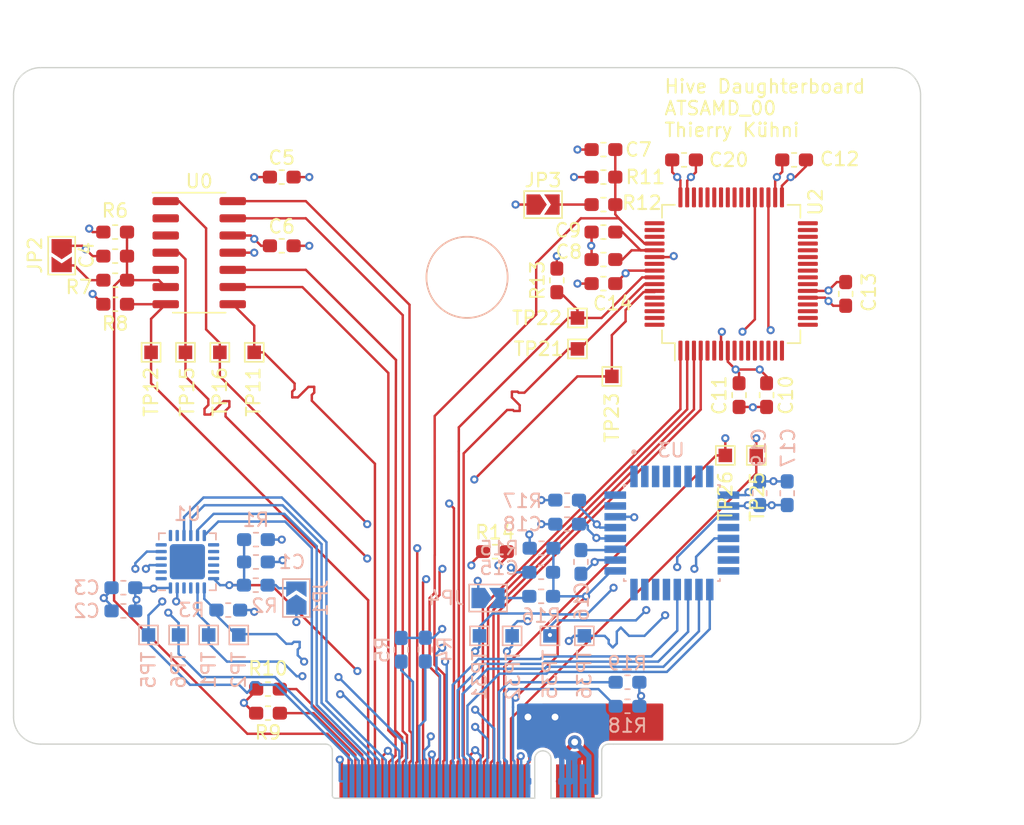
<source format=kicad_pcb>
(kicad_pcb (version 20171130) (host pcbnew "(5.1.5)-3")
  (title_block (title ATSAMD_00) (date 2021-11-14) (rev 0) (company probe-rs))
  (layers (0 F.Cu signal) (1 GND.Cu signal) (2 PWR_SIG.Cu signal) (31 B.Cu signal) (34 B.Paste user) (35 F.Paste user) (36 B.SilkS user) (37 F.SilkS user) (38 B.Mask user) (39 F.Mask user) (44 Edge.Cuts user))
  (net 0 "")
  (net 1 GND)
  (net 2 "/Target 2/UART_RxD2")
  (net 3 "/Target 2/UART_TxD2")
  (net 4 "/Target 2/GPIO2.3")
  (net 5 "/Target 2/GPIO2.2")
  (net 6 "/Target 2/GPIO2.1")
  (net 7 "/Target 2/GPIO2.0")
  (net 8 "/Target 2/TMS|SWDIO_2")
  (net 9 "/Target 2/TCK|SWDCLK_2")
  (net 10 "/Target 2/TDO|SWO_2")
  (net 11 "/Target 2/TDI|NC_2")
  (net 12 "/Target 2/RST_2")
  (net 13 "/Target 3/RST_3")
  (net 14 "/Target 3/TDI|NC_3")
  (net 15 "/Target 3/TDO|SWO_3")
  (net 16 "/Target 3/TCK|SWDCLK_3")
  (net 17 "/Target 3/TMS|SWDIO_3")
  (net 18 "/Target 3/GPIO3.0")
  (net 19 "/Target 3/GPIO3.1")
  (net 20 "/Target 3/GPIO3.2")
  (net 21 "/Target 3/GPIO3.3")
  (net 22 "/Target 3/UART_TxD3")
  (net 23 "/Target 3/UART_RxD3")
  (net 24 "/Target 1/GPIO1.2")
  (net 25 "/Target 1/GPIO1.1")
  (net 26 "/Target 1/TMS|SWDIO_1")
  (net 27 "/Target 1/TCK|SWDCLK_1")
  (net 28 "/Target 1/TDO|SWO_1")
  (net 29 "/Target 1/TDI|NC_1")
  (net 30 "/Target 1/RST_1")
  (net 31 "/Target 1/GPIO1.0")
  (net 32 "/Target 0/TCK|SWDCLK_0")
  (net 33 "/Target 0/TMS|SWDIO_0")
  (net 34 "/Target 0/GPIO0.1")
  (net 35 "/Target 0/GPIO0.2")
  (net 36 "/Target 0/GPIO0.3")
  (net 37 "/Target 0/UART_TxD0")
  (net 38 "/Target 0/UART_RxD0")
  (net 39 "/Target 0/GPIO0.0")
  (net 40 "/Target 0/TDO|SWO_0")
  (net 41 "/Target 0/TDI|NC_0")
  (net 42 "/Target 0/RST_0")
  (net 43 +3V3)
  (net 44 +5V)
  (net 45 "/Target 1/GPIO1.3")
  (net 46 "/Target 1/UART_TxD1")
  (net 47 "/Target 1/UART_RxD1")
  (net 48 "Net-(C8-Pad1)")
  (net 49 "Net-(C16-Pad1)")
  (net 50 "Net-(JP1-Pad2)")
  (net 51 "Net-(JP2-Pad2)")
  (net 52 "Net-(JP3-Pad2)")
  (net 53 "Net-(JP4-Pad2)")
  (net 54 "Net-(U0-Pad5)")
  (net 55 "Net-(U0-Pad3)")
  (net 56 "Net-(U0-Pad2)")
  (net 57 "Net-(U1-Pad22)")
  (net 58 "Net-(U1-Pad21)")
  (net 59 "Net-(U1-Pad17)")
  (net 60 "Net-(U1-Pad16)")
  (net 61 "Net-(U1-Pad15)")
  (net 62 "Net-(U1-Pad14)")
  (net 63 "Net-(U1-Pad13)")
  (net 64 "Net-(U1-Pad8)")
  (net 65 "Net-(U1-Pad7)")
  (net 66 "Net-(U1-Pad6)")
  (net 67 "Net-(U1-Pad4)")
  (net 68 "Net-(U1-Pad2)")
  (net 69 "Net-(U1-Pad1)")
  (net 70 "Net-(U2-Pad64)")
  (net 71 "Net-(U2-Pad63)")
  (net 72 "Net-(U2-Pad62)")
  (net 73 "Net-(U2-Pad61)")
  (net 74 "Net-(U2-Pad60)")
  (net 75 "Net-(U2-Pad55)")
  (net 76 "Net-(U2-Pad51)")
  (net 77 "Net-(U2-Pad50)")
  (net 78 "Net-(U2-Pad49)")
  (net 79 "Net-(U2-Pad46)")
  (net 80 "Net-(U2-Pad45)")
  (net 81 "Net-(U2-Pad44)")
  (net 82 "Net-(U2-Pad43)")
  (net 83 "Net-(U2-Pad42)")
  (net 84 "Net-(U2-Pad41)")
  (net 85 "Net-(U2-Pad40)")
  (net 86 "Net-(U2-Pad39)")
  (net 87 "Net-(U2-Pad38)")
  (net 88 "Net-(U2-Pad36)")
  (net 89 "Net-(U2-Pad32)")
  (net 90 "Net-(U2-Pad31)")
  (net 91 "Net-(U2-Pad30)")
  (net 92 "Net-(U2-Pad29)")
  (net 93 "Net-(U2-Pad28)")
  (net 94 "Net-(U2-Pad27)")
  (net 95 "Net-(U2-Pad26)")
  (net 96 "Net-(U2-Pad25)")
  (net 97 "Net-(U2-Pad24)")
  (net 98 "Net-(U2-Pad23)")
  (net 99 "Net-(U2-Pad20)")
  (net 100 "Net-(U2-Pad19)")
  (net 101 "Net-(U2-Pad18)")
  (net 102 "Net-(U2-Pad17)")
  (net 103 "Net-(U2-Pad16)")
  (net 104 "Net-(U2-Pad15)")
  (net 105 "Net-(U2-Pad14)")
  (net 106 "Net-(U2-Pad13)")
  (net 107 "Net-(U2-Pad12)")
  (net 108 "Net-(U2-Pad11)")
  (net 109 "Net-(U2-Pad10)")
  (net 110 "Net-(U2-Pad9)")
  (net 111 "Net-(U2-Pad6)")
  (net 112 "Net-(U2-Pad5)")
  (net 113 "Net-(U3-Pad24)")
  (net 114 "Net-(U3-Pad23)")
  (net 115 "Net-(U3-Pad22)")
  (net 116 "Net-(U3-Pad21)")
  (net 117 "Net-(U3-Pad8)")
  (net 118 "Net-(U3-Pad7)")
  (net 119 "Net-(U3-Pad6)")
  (net 120 "Net-(U3-Pad5)")
  (net 121 "Net-(U3-Pad4)")
  (net 122 "Net-(U3-Pad3)")
  (net 123 "Net-(U3-Pad2)")
  (net 124 "Net-(U3-Pad1)")
  (net 125 "Net-(U3-Pad32)")
  (net 126 "Net-(U3-Pad31)")
  (net 127 "Net-(U3-Pad16)")
  (net 128 "Net-(U3-Pad15)")
  (net 129 "Net-(U3-Pad14)")
  (net 130 "Net-(U3-Pad12)")
  (module Capacitor_SMD:C_0603_1608Metric_Pad1.05x0.95mm_HandSolder (layer F.Cu) (at 164.53 83.82)
    (fp_text reference C20 (at 3.302 0) (layer F.SilkS))
    (fp_text value 100n)
    (pad 2 smd roundrect (at 0.875 0) (size 1.05 0.95) (layers F.Cu F.Paste F.Mask) (net 1 GND))
    (pad 1 smd roundrect (at -0.875 0) (size 1.05 0.95) (layers F.Cu F.Paste F.Mask) (net 43 +3V3))
  )
  (module hive_daughterboard:ATSAMD21E16L-AFT (layer B.Cu) (at 163.63 111.398 270)
    (fp_text reference U3 (at -6.115 0.0525 180) (layer B.SilkS) (effects (justify mirror)))
    (fp_text value ATSAMD21E16L-AFT)
    (pad 24 smd roundrect (at 4.18 2.8 270) (size 1.6 0.55) (layers B.Cu B.Paste B.Mask) (roundrect_rratio 0.07000000000000001) (net 113 "Net-(U3-Pad24)"))
    (pad 23 smd roundrect (at 4.18 2 270) (size 1.6 0.55) (layers B.Cu B.Paste B.Mask) (roundrect_rratio 0.07000000000000001) (net 114 "Net-(U3-Pad23)"))
    (pad 22 smd roundrect (at 4.18 1.2 270) (size 1.6 0.55) (layers B.Cu B.Paste B.Mask) (roundrect_rratio 0.07000000000000001) (net 115 "Net-(U3-Pad22)"))
    (pad 21 smd roundrect (at 4.18 0.4 270) (size 1.6 0.55) (layers B.Cu B.Paste B.Mask) (roundrect_rratio 0.07000000000000001) (net 116 "Net-(U3-Pad21)"))
    (pad 20 smd roundrect (at 4.18 -0.4 270) (size 1.6 0.55) (layers B.Cu B.Paste B.Mask) (roundrect_rratio 0.07000000000000001) (net 21 "/Target 3/GPIO3.3"))
    (pad 19 smd roundrect (at 4.18 -1.2 270) (size 1.6 0.55) (layers B.Cu B.Paste B.Mask) (roundrect_rratio 0.07000000000000001) (net 20 "/Target 3/GPIO3.2"))
    (pad 18 smd roundrect (at 4.18 -2 270) (size 1.6 0.55) (layers B.Cu B.Paste B.Mask) (roundrect_rratio 0.07000000000000001) (net 19 "/Target 3/GPIO3.1"))
    (pad 17 smd roundrect (at 4.18 -2.8 270) (size 1.6 0.55) (layers B.Cu B.Paste B.Mask) (roundrect_rratio 0.07000000000000001) (net 18 "/Target 3/GPIO3.0"))
    (pad 8 smd roundrect (at -4.18 -2.8 270) (size 1.6 0.55) (layers B.Cu B.Paste B.Mask) (roundrect_rratio 0.07000000000000001) (net 117 "Net-(U3-Pad8)"))
    (pad 7 smd roundrect (at -4.18 -2 270) (size 1.6 0.55) (layers B.Cu B.Paste B.Mask) (roundrect_rratio 0.07000000000000001) (net 118 "Net-(U3-Pad7)"))
    (pad 6 smd roundrect (at -4.18 -1.2 270) (size 1.6 0.55) (layers B.Cu B.Paste B.Mask) (roundrect_rratio 0.07000000000000001) (net 119 "Net-(U3-Pad6)"))
    (pad 5 smd roundrect (at -4.18 -0.4 270) (size 1.6 0.55) (layers B.Cu B.Paste B.Mask) (roundrect_rratio 0.07000000000000001) (net 120 "Net-(U3-Pad5)"))
    (pad 4 smd roundrect (at -4.18 0.4 270) (size 1.6 0.55) (layers B.Cu B.Paste B.Mask) (roundrect_rratio 0.07000000000000001) (net 121 "Net-(U3-Pad4)"))
    (pad 3 smd roundrect (at -4.18 1.2 270) (size 1.6 0.55) (layers B.Cu B.Paste B.Mask) (roundrect_rratio 0.07000000000000001) (net 122 "Net-(U3-Pad3)"))
    (pad 2 smd roundrect (at -4.18 2 270) (size 1.6 0.55) (layers B.Cu B.Paste B.Mask) (roundrect_rratio 0.07000000000000001) (net 123 "Net-(U3-Pad2)"))
    (pad 1 smd roundrect (at -4.18 2.8 270) (size 1.6 0.55) (layers B.Cu B.Paste B.Mask) (roundrect_rratio 0.07000000000000001) (net 124 "Net-(U3-Pad1)"))
    (pad 32 smd roundrect (at -2.8 4.18 270) (size 0.55 1.6) (layers B.Cu B.Paste B.Mask) (roundrect_rratio 0.07000000000000001) (net 125 "Net-(U3-Pad32)"))
    (pad 31 smd roundrect (at -2 4.18 270) (size 0.55 1.6) (layers B.Cu B.Paste B.Mask) (roundrect_rratio 0.07000000000000001) (net 126 "Net-(U3-Pad31)"))
    (pad 30 smd roundrect (at -1.2 4.18 270) (size 0.55 1.6) (layers B.Cu B.Paste B.Mask) (roundrect_rratio 0.07000000000000001) (net 17 "/Target 3/TMS|SWDIO_3"))
    (pad 29 smd roundrect (at -0.4 4.18 270) (size 0.55 1.6) (layers B.Cu B.Paste B.Mask) (roundrect_rratio 0.07000000000000001) (net 16 "/Target 3/TCK|SWDCLK_3"))
    (pad 28 smd roundrect (at 0.4 4.18 270) (size 0.55 1.6) (layers B.Cu B.Paste B.Mask) (roundrect_rratio 0.07000000000000001) (net 43 +3V3))
    (pad 27 smd roundrect (at 1.2 4.18 270) (size 0.55 1.6) (layers B.Cu B.Paste B.Mask) (roundrect_rratio 0.07000000000000001) (net 49 "Net-(C16-Pad1)"))
    (pad 26 smd roundrect (at 2 4.18 270) (size 0.55 1.6) (layers B.Cu B.Paste B.Mask) (roundrect_rratio 0.07000000000000001) (net 1 GND))
    (pad 25 smd roundrect (at 2.8 4.18 270) (size 0.55 1.6) (layers B.Cu B.Paste B.Mask) (roundrect_rratio 0.07000000000000001) (net 13 "/Target 3/RST_3"))
    (pad 16 smd roundrect (at 2.8 -4.18 270) (size 0.55 1.6) (layers B.Cu B.Paste B.Mask) (roundrect_rratio 0.07000000000000001) (net 127 "Net-(U3-Pad16)"))
    (pad 15 smd roundrect (at 2 -4.18 270) (size 0.55 1.6) (layers B.Cu B.Paste B.Mask) (roundrect_rratio 0.07000000000000001) (net 128 "Net-(U3-Pad15)"))
    (pad 14 smd roundrect (at 1.2 -4.18 270) (size 0.55 1.6) (layers B.Cu B.Paste B.Mask) (roundrect_rratio 0.07000000000000001) (net 129 "Net-(U3-Pad14)"))
    (pad 13 smd roundrect (at 0.4 -4.18 270) (size 0.55 1.6) (layers B.Cu B.Paste B.Mask) (roundrect_rratio 0.07000000000000001) (net 22 "/Target 3/UART_TxD3"))
    (pad 12 smd roundrect (at -0.4 -4.18 270) (size 0.55 1.6) (layers B.Cu B.Paste B.Mask) (roundrect_rratio 0.07000000000000001) (net 130 "Net-(U3-Pad12)"))
    (pad 11 smd roundrect (at -1.2 -4.18 270) (size 0.55 1.6) (layers B.Cu B.Paste B.Mask) (roundrect_rratio 0.07000000000000001) (net 23 "/Target 3/UART_RxD3"))
    (pad 10 smd roundrect (at -2 -4.18 270) (size 0.55 1.6) (layers B.Cu B.Paste B.Mask) (roundrect_rratio 0.07000000000000001) (net 1 GND))
    (pad 9 smd roundrect (at -2.8 -4.18 270) (size 0.55 1.6) (layers B.Cu B.Paste B.Mask) (roundrect_rratio 0.07000000000000001) (net 43 +3V3))
  )
  (module Package_QFP:TQFP-64_10x10mm_P0.5mm (layer F.Cu) (at 168.0115 92.254 90)
    (fp_text reference U2 (at 5.3225 6.234 90) (layer F.SilkS))
    (fp_text value ATSAMD51J18A-A)
    (pad 64 smd roundrect (at -3.75 -5.6625 90) (size 0.3 1.475) (layers F.Cu F.Paste F.Mask) (net 70 "Net-(U2-Pad64)"))
    (pad 63 smd roundrect (at -3.25 -5.6625 90) (size 0.3 1.475) (layers F.Cu F.Paste F.Mask) (net 71 "Net-(U2-Pad63)"))
    (pad 62 smd roundrect (at -2.75 -5.6625 90) (size 0.3 1.475) (layers F.Cu F.Paste F.Mask) (net 72 "Net-(U2-Pad62)"))
    (pad 61 smd roundrect (at -2.25 -5.6625 90) (size 0.3 1.475) (layers F.Cu F.Paste F.Mask) (net 73 "Net-(U2-Pad61)"))
    (pad 60 smd roundrect (at -1.75 -5.6625 90) (size 0.3 1.475) (layers F.Cu F.Paste F.Mask) (net 74 "Net-(U2-Pad60)"))
    (pad 59 smd roundrect (at -1.25 -5.6625 90) (size 0.3 1.475) (layers F.Cu F.Paste F.Mask) (net 10 "/Target 2/TDO|SWO_2"))
    (pad 58 smd roundrect (at -0.75 -5.6625 90) (size 0.3 1.475) (layers F.Cu F.Paste F.Mask) (net 8 "/Target 2/TMS|SWDIO_2"))
    (pad 57 smd roundrect (at -0.25 -5.6625 90) (size 0.3 1.475) (layers F.Cu F.Paste F.Mask) (net 9 "/Target 2/TCK|SWDCLK_2"))
    (pad 56 smd roundrect (at 0.25 -5.6625 90) (size 0.3 1.475) (layers F.Cu F.Paste F.Mask) (net 43 +3V3))
    (pad 55 smd roundrect (at 0.75 -5.6625 90) (size 0.3 1.475) (layers F.Cu F.Paste F.Mask) (net 75 "Net-(U2-Pad55)"))
    (pad 54 smd roundrect (at 1.25 -5.6625 90) (size 0.3 1.475) (layers F.Cu F.Paste F.Mask) (net 1 GND))
    (pad 53 smd roundrect (at 1.75 -5.6625 90) (size 0.3 1.475) (layers F.Cu F.Paste F.Mask) (net 48 "Net-(C8-Pad1)"))
    (pad 52 smd roundrect (at 2.25 -5.6625 90) (size 0.3 1.475) (layers F.Cu F.Paste F.Mask) (net 12 "/Target 2/RST_2"))
    (pad 51 smd roundrect (at 2.75 -5.6625 90) (size 0.3 1.475) (layers F.Cu F.Paste F.Mask) (net 76 "Net-(U2-Pad51)"))
    (pad 50 smd roundrect (at 3.25 -5.6625 90) (size 0.3 1.475) (layers F.Cu F.Paste F.Mask) (net 77 "Net-(U2-Pad50)"))
    (pad 49 smd roundrect (at 3.75 -5.6625 90) (size 0.3 1.475) (layers F.Cu F.Paste F.Mask) (net 78 "Net-(U2-Pad49)"))
    (pad 48 smd roundrect (at 5.6625 -3.75 90) (size 1.475 0.3) (layers F.Cu F.Paste F.Mask) (net 43 +3V3))
    (pad 47 smd roundrect (at 5.6625 -3.25 90) (size 1.475 0.3) (layers F.Cu F.Paste F.Mask) (net 1 GND))
    (pad 46 smd roundrect (at 5.6625 -2.75 90) (size 1.475 0.3) (layers F.Cu F.Paste F.Mask) (net 79 "Net-(U2-Pad46)"))
    (pad 45 smd roundrect (at 5.6625 -2.25 90) (size 1.475 0.3) (layers F.Cu F.Paste F.Mask) (net 80 "Net-(U2-Pad45)"))
    (pad 44 smd roundrect (at 5.6625 -1.75 90) (size 1.475 0.3) (layers F.Cu F.Paste F.Mask) (net 81 "Net-(U2-Pad44)"))
    (pad 43 smd roundrect (at 5.6625 -1.25 90) (size 1.475 0.3) (layers F.Cu F.Paste F.Mask) (net 82 "Net-(U2-Pad43)"))
    (pad 42 smd roundrect (at 5.6625 -0.75 90) (size 1.475 0.3) (layers F.Cu F.Paste F.Mask) (net 83 "Net-(U2-Pad42)"))
    (pad 41 smd roundrect (at 5.6625 -0.25 90) (size 1.475 0.3) (layers F.Cu F.Paste F.Mask) (net 84 "Net-(U2-Pad41)"))
    (pad 40 smd roundrect (at 5.6625 0.25 90) (size 1.475 0.3) (layers F.Cu F.Paste F.Mask) (net 85 "Net-(U2-Pad40)"))
    (pad 39 smd roundrect (at 5.6625 0.75 90) (size 1.475 0.3) (layers F.Cu F.Paste F.Mask) (net 86 "Net-(U2-Pad39)"))
    (pad 38 smd roundrect (at 5.6625 1.25 90) (size 1.475 0.3) (layers F.Cu F.Paste F.Mask) (net 87 "Net-(U2-Pad38)"))
    (pad 37 smd roundrect (at 5.6625 1.75 90) (size 1.475 0.3) (layers F.Cu F.Paste F.Mask) (net 3 "/Target 2/UART_TxD2"))
    (pad 36 smd roundrect (at 5.6625 2.25 90) (size 1.475 0.3) (layers F.Cu F.Paste F.Mask) (net 88 "Net-(U2-Pad36)"))
    (pad 35 smd roundrect (at 5.6625 2.75 90) (size 1.475 0.3) (layers F.Cu F.Paste F.Mask) (net 2 "/Target 2/UART_RxD2"))
    (pad 34 smd roundrect (at 5.6625 3.25 90) (size 1.475 0.3) (layers F.Cu F.Paste F.Mask) (net 43 +3V3))
    (pad 33 smd roundrect (at 5.6625 3.75 90) (size 1.475 0.3) (layers F.Cu F.Paste F.Mask) (net 1 GND))
    (pad 32 smd roundrect (at 3.75 5.6625 90) (size 0.3 1.475) (layers F.Cu F.Paste F.Mask) (net 89 "Net-(U2-Pad32)"))
    (pad 31 smd roundrect (at 3.25 5.6625 90) (size 0.3 1.475) (layers F.Cu F.Paste F.Mask) (net 90 "Net-(U2-Pad31)"))
    (pad 30 smd roundrect (at 2.75 5.6625 90) (size 0.3 1.475) (layers F.Cu F.Paste F.Mask) (net 91 "Net-(U2-Pad30)"))
    (pad 29 smd roundrect (at 2.25 5.6625 90) (size 0.3 1.475) (layers F.Cu F.Paste F.Mask) (net 92 "Net-(U2-Pad29)"))
    (pad 28 smd roundrect (at 1.75 5.6625 90) (size 0.3 1.475) (layers F.Cu F.Paste F.Mask) (net 93 "Net-(U2-Pad28)"))
    (pad 27 smd roundrect (at 1.25 5.6625 90) (size 0.3 1.475) (layers F.Cu F.Paste F.Mask) (net 94 "Net-(U2-Pad27)"))
    (pad 26 smd roundrect (at 0.75 5.6625 90) (size 0.3 1.475) (layers F.Cu F.Paste F.Mask) (net 95 "Net-(U2-Pad26)"))
    (pad 25 smd roundrect (at 0.25 5.6625 90) (size 0.3 1.475) (layers F.Cu F.Paste F.Mask) (net 96 "Net-(U2-Pad25)"))
    (pad 24 smd roundrect (at -0.25 5.6625 90) (size 0.3 1.475) (layers F.Cu F.Paste F.Mask) (net 97 "Net-(U2-Pad24)"))
    (pad 23 smd roundrect (at -0.75 5.6625 90) (size 0.3 1.475) (layers F.Cu F.Paste F.Mask) (net 98 "Net-(U2-Pad23)"))
    (pad 22 smd roundrect (at -1.25 5.6625 90) (size 0.3 1.475) (layers F.Cu F.Paste F.Mask) (net 1 GND))
    (pad 21 smd roundrect (at -1.75 5.6625 90) (size 0.3 1.475) (layers F.Cu F.Paste F.Mask) (net 43 +3V3))
    (pad 20 smd roundrect (at -2.25 5.6625 90) (size 0.3 1.475) (layers F.Cu F.Paste F.Mask) (net 99 "Net-(U2-Pad20)"))
    (pad 19 smd roundrect (at -2.75 5.6625 90) (size 0.3 1.475) (layers F.Cu F.Paste F.Mask) (net 100 "Net-(U2-Pad19)"))
    (pad 18 smd roundrect (at -3.25 5.6625 90) (size 0.3 1.475) (layers F.Cu F.Paste F.Mask) (net 101 "Net-(U2-Pad18)"))
    (pad 17 smd roundrect (at -3.75 5.6625 90) (size 0.3 1.475) (layers F.Cu F.Paste F.Mask) (net 102 "Net-(U2-Pad17)"))
    (pad 16 smd roundrect (at -5.6625 3.75 90) (size 1.475 0.3) (layers F.Cu F.Paste F.Mask) (net 103 "Net-(U2-Pad16)"))
    (pad 15 smd roundrect (at -5.6625 3.25 90) (size 1.475 0.3) (layers F.Cu F.Paste F.Mask) (net 104 "Net-(U2-Pad15)"))
    (pad 14 smd roundrect (at -5.6625 2.75 90) (size 1.475 0.3) (layers F.Cu F.Paste F.Mask) (net 105 "Net-(U2-Pad14)"))
    (pad 13 smd roundrect (at -5.6625 2.25 90) (size 1.475 0.3) (layers F.Cu F.Paste F.Mask) (net 106 "Net-(U2-Pad13)"))
    (pad 12 smd roundrect (at -5.6625 1.75 90) (size 1.475 0.3) (layers F.Cu F.Paste F.Mask) (net 107 "Net-(U2-Pad12)"))
    (pad 11 smd roundrect (at -5.6625 1.25 90) (size 1.475 0.3) (layers F.Cu F.Paste F.Mask) (net 108 "Net-(U2-Pad11)"))
    (pad 10 smd roundrect (at -5.6625 0.75 90) (size 1.475 0.3) (layers F.Cu F.Paste F.Mask) (net 109 "Net-(U2-Pad10)"))
    (pad 9 smd roundrect (at -5.6625 0.25 90) (size 1.475 0.3) (layers F.Cu F.Paste F.Mask) (net 110 "Net-(U2-Pad9)"))
    (pad 8 smd roundrect (at -5.6625 -0.25 90) (size 1.475 0.3) (layers F.Cu F.Paste F.Mask) (net 43 +3V3))
    (pad 7 smd roundrect (at -5.6625 -0.75 90) (size 1.475 0.3) (layers F.Cu F.Paste F.Mask) (net 1 GND))
    (pad 6 smd roundrect (at -5.6625 -1.25 90) (size 1.475 0.3) (layers F.Cu F.Paste F.Mask) (net 111 "Net-(U2-Pad6)"))
    (pad 5 smd roundrect (at -5.6625 -1.75 90) (size 1.475 0.3) (layers F.Cu F.Paste F.Mask) (net 112 "Net-(U2-Pad5)"))
    (pad 4 smd roundrect (at -5.6625 -2.25 90) (size 1.475 0.3) (layers F.Cu F.Paste F.Mask) (net 4 "/Target 2/GPIO2.3"))
    (pad 3 smd roundrect (at -5.6625 -2.75 90) (size 1.475 0.3) (layers F.Cu F.Paste F.Mask) (net 5 "/Target 2/GPIO2.2"))
    (pad 2 smd roundrect (at -5.6625 -3.25 90) (size 1.475 0.3) (layers F.Cu F.Paste F.Mask) (net 6 "/Target 2/GPIO2.1"))
    (pad 1 smd roundrect (at -5.6625 -3.75 90) (size 1.475 0.3) (layers F.Cu F.Paste F.Mask) (net 7 "/Target 2/GPIO2.0"))
  )
  (module Package_DFN_QFN:QFN-24-1EP_4x4mm_P0.5mm_EP2.6x2.6mm (layer B.Cu) (at 127.842 113.523)
    (fp_text reference U1 (at 0 -3.541) (layer B.SilkS) (effects (justify mirror)))
    (fp_text value ATSAMD09D14A-M)
    (pad 24 smd roundrect (at -1.25 1.9375) (size 0.25 0.825) (layers B.Cu B.Paste B.Mask) (net 43 +3V3))
    (pad 23 smd roundrect (at -0.75 1.9375) (size 0.25 0.825) (layers B.Cu B.Paste B.Mask) (net 1 GND))
    (pad 22 smd roundrect (at -0.25 1.9375) (size 0.25 0.825) (layers B.Cu B.Paste B.Mask) (net 57 "Net-(U1-Pad22)"))
    (pad 21 smd roundrect (at 0.25 1.9375) (size 0.25 0.825) (layers B.Cu B.Paste B.Mask) (net 58 "Net-(U1-Pad21)"))
    (pad 20 smd roundrect (at 0.75 1.9375) (size 0.25 0.825) (layers B.Cu B.Paste B.Mask) (net 26 "/Target 1/TMS|SWDIO_1"))
    (pad 19 smd roundrect (at 1.25 1.9375) (size 0.25 0.825) (layers B.Cu B.Paste B.Mask) (net 27 "/Target 1/TCK|SWDCLK_1"))
    (pad 18 smd roundrect (at 1.9375 1.25) (size 0.825 0.25) (layers B.Cu B.Paste B.Mask) (net 30 "/Target 1/RST_1"))
    (pad 17 smd roundrect (at 1.9375 0.75) (size 0.825 0.25) (layers B.Cu B.Paste B.Mask) (net 59 "Net-(U1-Pad17)"))
    (pad 16 smd roundrect (at 1.9375 0.25) (size 0.825 0.25) (layers B.Cu B.Paste B.Mask) (net 60 "Net-(U1-Pad16)"))
    (pad 15 smd roundrect (at 1.9375 -0.25) (size 0.825 0.25) (layers B.Cu B.Paste B.Mask) (net 61 "Net-(U1-Pad15)"))
    (pad 14 smd roundrect (at 1.9375 -0.75) (size 0.825 0.25) (layers B.Cu B.Paste B.Mask) (net 62 "Net-(U1-Pad14)"))
    (pad 13 smd roundrect (at 1.9375 -1.25) (size 0.825 0.25) (layers B.Cu B.Paste B.Mask) (net 63 "Net-(U1-Pad13)"))
    (pad 12 smd roundrect (at 1.25 -1.9375) (size 0.25 0.825) (layers B.Cu B.Paste B.Mask) (net 45 "/Target 1/GPIO1.3"))
    (pad 11 smd roundrect (at 0.75 -1.9375) (size 0.25 0.825) (layers B.Cu B.Paste B.Mask) (net 24 "/Target 1/GPIO1.2"))
    (pad 10 smd roundrect (at 0.25 -1.9375) (size 0.25 0.825) (layers B.Cu B.Paste B.Mask) (net 25 "/Target 1/GPIO1.1"))
    (pad 9 smd roundrect (at -0.25 -1.9375) (size 0.25 0.825) (layers B.Cu B.Paste B.Mask) (net 31 "/Target 1/GPIO1.0"))
    (pad 8 smd roundrect (at -0.75 -1.9375) (size 0.25 0.825) (layers B.Cu B.Paste B.Mask) (net 64 "Net-(U1-Pad8)"))
    (pad 7 smd roundrect (at -1.25 -1.9375) (size 0.25 0.825) (layers B.Cu B.Paste B.Mask) (net 65 "Net-(U1-Pad7)"))
    (pad 6 smd roundrect (at -1.9375 -1.25) (size 0.825 0.25) (layers B.Cu B.Paste B.Mask) (net 66 "Net-(U1-Pad6)"))
    (pad 5 smd roundrect (at -1.9375 -0.75) (size 0.825 0.25) (layers B.Cu B.Paste B.Mask) (net 46 "/Target 1/UART_TxD1"))
    (pad 4 smd roundrect (at -1.9375 -0.25) (size 0.825 0.25) (layers B.Cu B.Paste B.Mask) (net 67 "Net-(U1-Pad4)"))
    (pad 3 smd roundrect (at -1.9375 0.25) (size 0.825 0.25) (layers B.Cu B.Paste B.Mask) (net 47 "/Target 1/UART_RxD1"))
    (pad 2 smd roundrect (at -1.9375 0.75) (size 0.825 0.25) (layers B.Cu B.Paste B.Mask) (net 68 "Net-(U1-Pad2)"))
    (pad 1 smd roundrect (at -1.9375 1.25) (size 0.825 0.25) (layers B.Cu B.Paste B.Mask) (net 69 "Net-(U1-Pad1)"))
    (pad 25 smd roundrect (at 0 0) (size 2.6 2.6) (layers B.Cu B.Mask) (roundrect_rratio 0.096154))
  )
  (module Package_SO:SOIC-14_3.9x8.7mm_P1.27mm (layer F.Cu) (at 128.716 90.678)
    (fp_text reference U0 (at 0 -5.28) (layer F.SilkS))
    (fp_text value ATSAMD10C13A-SS)
    (pad 14 smd roundrect (at 2.475 -3.81) (size 1.95 0.6) (layers F.Cu F.Paste F.Mask) (net 36 "/Target 0/GPIO0.3"))
    (pad 13 smd roundrect (at 2.475 -2.54) (size 1.95 0.6) (layers F.Cu F.Paste F.Mask) (net 35 "/Target 0/GPIO0.2"))
    (pad 12 smd roundrect (at 2.475 -1.27) (size 1.95 0.6) (layers F.Cu F.Paste F.Mask) (net 43 +3V3))
    (pad 11 smd roundrect (at 2.475 0) (size 1.95 0.6) (layers F.Cu F.Paste F.Mask) (net 1 GND))
    (pad 10 smd roundrect (at 2.475 1.27) (size 1.95 0.6) (layers F.Cu F.Paste F.Mask) (net 34 "/Target 0/GPIO0.1"))
    (pad 9 smd roundrect (at 2.475 2.54) (size 1.95 0.6) (layers F.Cu F.Paste F.Mask) (net 39 "/Target 0/GPIO0.0"))
    (pad 8 smd roundrect (at 2.475 3.81) (size 1.95 0.6) (layers F.Cu F.Paste F.Mask) (net 33 "/Target 0/TMS|SWDIO_0"))
    (pad 7 smd roundrect (at -2.475 3.81) (size 1.95 0.6) (layers F.Cu F.Paste F.Mask) (net 32 "/Target 0/TCK|SWDCLK_0"))
    (pad 6 smd roundrect (at -2.475 2.54) (size 1.95 0.6) (layers F.Cu F.Paste F.Mask) (net 42 "/Target 0/RST_0"))
    (pad 5 smd roundrect (at -2.475 1.27) (size 1.95 0.6) (layers F.Cu F.Paste F.Mask) (net 54 "Net-(U0-Pad5)"))
    (pad 4 smd roundrect (at -2.475 0) (size 1.95 0.6) (layers F.Cu F.Paste F.Mask) (net 38 "/Target 0/UART_RxD0"))
    (pad 3 smd roundrect (at -2.475 -1.27) (size 1.95 0.6) (layers F.Cu F.Paste F.Mask) (net 55 "Net-(U0-Pad3)"))
    (pad 2 smd roundrect (at -2.475 -2.54) (size 1.95 0.6) (layers F.Cu F.Paste F.Mask) (net 56 "Net-(U0-Pad2)"))
    (pad 1 smd roundrect (at -2.475 -3.81) (size 1.95 0.6) (layers F.Cu F.Paste F.Mask) (net 37 "/Target 0/UART_TxD0"))
  )
  (module TestPoint:TestPoint_Pad_1.0x1.0mm (layer B.Cu) (at 157.164 118.999)
    (fp_text reference TP36 (at 0 2.8575 90) (layer B.SilkS) (effects (justify mirror)))
    (fp_text value USART_RX)
    (pad 1 smd rect (at 0 0) (size 1 1) (layers B.Cu B.Mask) (net 22 "/Target 3/UART_TxD3"))
  )
  (module TestPoint:TestPoint_Pad_1.0x1.0mm (layer B.Cu) (at 154.624 118.999)
    (fp_text reference TP35 (at 0 2.8575 90) (layer B.SilkS) (effects (justify mirror)))
    (fp_text value USART_TX)
    (pad 1 smd rect (at 0 0) (size 1 1) (layers B.Cu B.Mask) (net 23 "/Target 3/UART_RxD3"))
  )
  (module TestPoint:TestPoint_Pad_1.0x1.0mm (layer B.Cu) (at 151.83 118.999)
    (fp_text reference TP32 (at 0.0635 2.921 90) (layer B.SilkS) (effects (justify mirror)))
    (fp_text value SWCLK)
    (pad 1 smd rect (at 0 0) (size 1 1) (layers B.Cu B.Mask) (net 16 "/Target 3/TCK|SWDCLK_3"))
  )
  (module TestPoint:TestPoint_Pad_1.0x1.0mm (layer B.Cu) (at 149.417 118.999)
    (fp_text reference TP31 (at 0 2.921 90) (layer B.SilkS) (effects (justify mirror)))
    (fp_text value SWDIO)
    (pad 1 smd rect (at 0 0) (size 1 1) (layers B.Cu B.Mask) (net 17 "/Target 3/TMS|SWDIO_3"))
  )
  (module TestPoint:TestPoint_Pad_1.0x1.0mm (layer F.Cu) (at 167.578 105.664)
    (fp_text reference TP26 (at 0 2.9845 90) (layer F.SilkS))
    (fp_text value USART_RX)
    (pad 1 smd rect (at 0 0) (size 1 1) (layers F.Cu F.Mask) (net 3 "/Target 2/UART_TxD2"))
  )
  (module TestPoint:TestPoint_Pad_1.0x1.0mm (layer F.Cu) (at 169.864 105.664)
    (fp_text reference TP25 (at 0.0635 3.048 90) (layer F.SilkS))
    (fp_text value USART_TX)
    (pad 1 smd rect (at 0 0) (size 1 1) (layers F.Cu F.Mask) (net 2 "/Target 2/UART_RxD2"))
  )
  (module TestPoint:TestPoint_Pad_1.0x1.0mm (layer F.Cu) (at 159.196 99.822)
    (fp_text reference TP23 (at 0 3.048 90) (layer F.SilkS))
    (fp_text value SWO)
    (pad 1 smd rect (at 0 0) (size 1 1) (layers F.Cu F.Mask) (net 10 "/Target 2/TDO|SWO_2"))
  )
  (module TestPoint:TestPoint_Pad_1.0x1.0mm (layer F.Cu) (at 156.656 95.504 270)
    (fp_text reference TP22 (at 0 2.9845 180) (layer F.SilkS))
    (fp_text value SWCLK)
    (pad 1 smd rect (at 0 0 270) (size 1 1) (layers F.Cu F.Mask) (net 9 "/Target 2/TCK|SWDCLK_2"))
  )
  (module TestPoint:TestPoint_Pad_1.0x1.0mm (layer F.Cu) (at 156.656 97.79 270)
    (fp_text reference TP21 (at 0 2.8575 180) (layer F.SilkS))
    (fp_text value SWDIO)
    (pad 1 smd rect (at 0 0 270) (size 1 1) (layers F.Cu F.Mask) (net 8 "/Target 2/TMS|SWDIO_2"))
  )
  (module TestPoint:TestPoint_Pad_1.0x1.0mm (layer F.Cu) (at 130.24 98.044)
    (fp_text reference TP16 (at 0 2.921 90) (layer F.SilkS))
    (fp_text value USART_RX)
    (pad 1 smd rect (at 0 0) (size 1 1) (layers F.Cu F.Mask) (net 37 "/Target 0/UART_TxD0"))
  )
  (module TestPoint:TestPoint_Pad_1.0x1.0mm (layer F.Cu) (at 127.7 98.044)
    (fp_text reference TP15 (at 0.127 2.921 90) (layer F.SilkS))
    (fp_text value USART_TX)
    (pad 1 smd rect (at 0 0) (size 1 1) (layers F.Cu F.Mask) (net 38 "/Target 0/UART_RxD0"))
  )
  (module TestPoint:TestPoint_Pad_1.0x1.0mm (layer F.Cu) (at 125.16 98.044)
    (fp_text reference TP12 (at 0 2.921 90) (layer F.SilkS))
    (fp_text value SWCLK)
    (pad 1 smd rect (at 0 0) (size 1 1) (layers F.Cu F.Mask) (net 32 "/Target 0/TCK|SWDCLK_0"))
  )
  (module TestPoint:TestPoint_Pad_1.0x1.0mm (layer F.Cu) (at 132.78 98.044)
    (fp_text reference TP11 (at -0.0635 2.921 90) (layer F.SilkS))
    (fp_text value SWDIO)
    (pad 1 smd rect (at 0 0) (size 1 1) (layers F.Cu F.Mask) (net 33 "/Target 0/TMS|SWDIO_0"))
  )
  (module TestPoint:TestPoint_Pad_1.0x1.0mm (layer B.Cu) (at 127.192 118.9355)
    (fp_text reference TP6 (at 0 2.6035 90) (layer B.SilkS) (effects (justify mirror)))
    (fp_text value USART_RX)
    (pad 1 smd rect (at 0 0) (size 1 1) (layers B.Cu B.Mask) (net 46 "/Target 1/UART_TxD1"))
  )
  (module TestPoint:TestPoint_Pad_1.0x1.0mm (layer B.Cu) (at 124.9695 118.9355)
    (fp_text reference TP5 (at 0 2.6035 90) (layer B.SilkS) (effects (justify mirror)))
    (fp_text value USART_TX)
    (pad 1 smd rect (at 0 0) (size 1 1) (layers B.Cu B.Mask) (net 47 "/Target 1/UART_RxD1"))
  )
  (module TestPoint:TestPoint_Pad_1.0x1.0mm (layer B.Cu) (at 131.637 118.9355)
    (fp_text reference TP2 (at 0 2.6035 90) (layer B.SilkS) (effects (justify mirror)))
    (fp_text value SWCLK)
    (pad 1 smd rect (at 0 0) (size 1 1) (layers B.Cu B.Mask) (net 27 "/Target 1/TCK|SWDCLK_1"))
  )
  (module TestPoint:TestPoint_Pad_1.0x1.0mm (layer B.Cu) (at 129.4145 118.9355)
    (fp_text reference TP1 (at 0 2.6035 90) (layer B.SilkS) (effects (justify mirror)))
    (fp_text value SWDIO)
    (pad 1 smd rect (at 0 0) (size 1 1) (layers B.Cu B.Mask) (net 26 "/Target 1/TMS|SWDIO_1"))
  )
  (module Resistor_SMD:R_0603_1608Metric_Pad1.05x0.95mm_HandSolder (layer B.Cu) (at 160.353 122.428)
    (fp_text reference R19 (at -0.014 -1.397) (layer B.SilkS) (effects (justify mirror)))
    (fp_text value 100k)
    (pad 2 smd roundrect (at 0.875 0) (size 1.05 0.95) (layers B.Cu B.Paste B.Mask) (net 1 GND))
    (pad 1 smd roundrect (at -0.875 0) (size 1.05 0.95) (layers B.Cu B.Paste B.Mask) (net 15 "/Target 3/TDO|SWO_3"))
  )
  (module Resistor_SMD:R_0603_1608Metric_Pad1.05x0.95mm_HandSolder (layer B.Cu) (at 160.353 124.206)
    (fp_text reference R18 (at 0 1.43) (layer B.SilkS) (effects (justify mirror)))
    (fp_text value 100k)
    (pad 2 smd roundrect (at 0.875 0) (size 1.05 0.95) (layers B.Cu B.Paste B.Mask) (net 1 GND))
    (pad 1 smd roundrect (at -0.875 0) (size 1.05 0.95) (layers B.Cu B.Paste B.Mask) (net 14 "/Target 3/TDI|NC_3"))
  )
  (module Resistor_SMD:R_0603_1608Metric_Pad1.05x0.95mm_HandSolder (layer B.Cu) (at 155.894 108.966 180)
    (fp_text reference R17 (at 3.302 -0.0635) (layer B.SilkS) (effects (justify mirror)))
    (fp_text value 1k)
    (pad 2 smd roundrect (at 0.875 0 180) (size 1.05 0.95) (layers B.Cu B.Paste B.Mask) (net 43 +3V3))
    (pad 1 smd roundrect (at -0.875 0 180) (size 1.05 0.95) (layers B.Cu B.Paste B.Mask) (net 16 "/Target 3/TCK|SWDCLK_3"))
  )
  (module Resistor_SMD:R_0603_1608Metric_Pad1.05x0.95mm_HandSolder (layer B.Cu) (at 153.975 116.078)
    (fp_text reference R16 (at 0 1.43) (layer B.SilkS) (effects (justify mirror)))
    (fp_text value 330)
    (pad 2 smd roundrect (at 0.875 0) (size 1.05 0.95) (layers B.Cu B.Paste B.Mask) (net 13 "/Target 3/RST_3"))
    (pad 1 smd roundrect (at -0.875 0) (size 1.05 0.95) (layers B.Cu B.Paste B.Mask) (net 53 "Net-(JP4-Pad2)"))
  )
  (module Resistor_SMD:R_0603_1608Metric_Pad1.05x0.95mm_HandSolder (layer B.Cu) (at 154.003 112.522 180)
    (fp_text reference R15 (at 3.1255 0) (layer B.SilkS) (effects (justify mirror)))
    (fp_text value 10k)
    (pad 2 smd roundrect (at 0.875 0 180) (size 1.05 0.95) (layers B.Cu B.Paste B.Mask) (net 43 +3V3))
    (pad 1 smd roundrect (at -0.875 0 180) (size 1.05 0.95) (layers B.Cu B.Paste B.Mask) (net 13 "/Target 3/RST_3"))
  )
  (module Resistor_SMD:R_0603_1608Metric_Pad1.05x0.95mm_HandSolder (layer F.Cu) (at 150.56 112.776)
    (fp_text reference R14 (at 0 -1.43) (layer F.SilkS))
    (fp_text value 100k)
    (pad 2 smd roundrect (at 0.875 0) (size 1.05 0.95) (layers F.Cu F.Paste F.Mask) (net 1 GND))
    (pad 1 smd roundrect (at -0.875 0) (size 1.05 0.95) (layers F.Cu F.Paste F.Mask) (net 11 "/Target 2/TDI|NC_2"))
  )
  (module Resistor_SMD:R_0603_1608Metric_Pad1.05x0.95mm_HandSolder (layer F.Cu) (at 155.132 92.724 90)
    (fp_text reference R13 (at 0 -1.43 90) (layer F.SilkS))
    (fp_text value 1k)
    (pad 2 smd roundrect (at 0.875 0 90) (size 1.05 0.95) (layers F.Cu F.Paste F.Mask) (net 43 +3V3))
    (pad 1 smd roundrect (at -0.875 0 90) (size 1.05 0.95) (layers F.Cu F.Paste F.Mask) (net 9 "/Target 2/TCK|SWDCLK_2"))
  )
  (module Resistor_SMD:R_0603_1608Metric_Pad1.05x0.95mm_HandSolder (layer F.Cu) (at 158.575 87.122)
    (fp_text reference R12 (at 2.8435 -0.127) (layer F.SilkS))
    (fp_text value 330)
    (pad 2 smd roundrect (at 0.875 0) (size 1.05 0.95) (layers F.Cu F.Paste F.Mask) (net 12 "/Target 2/RST_2"))
    (pad 1 smd roundrect (at -0.875 0) (size 1.05 0.95) (layers F.Cu F.Paste F.Mask) (net 52 "Net-(JP3-Pad2)"))
  )
  (module Resistor_SMD:R_0603_1608Metric_Pad1.05x0.95mm_HandSolder (layer F.Cu) (at 158.575 85.09 180)
    (fp_text reference R11 (at -3.0975 0) (layer F.SilkS))
    (fp_text value 10k)
    (pad 2 smd roundrect (at 0.875 0 180) (size 1.05 0.95) (layers F.Cu F.Paste F.Mask) (net 43 +3V3))
    (pad 1 smd roundrect (at -0.875 0 180) (size 1.05 0.95) (layers F.Cu F.Paste F.Mask) (net 12 "/Target 2/RST_2"))
  )
  (module Resistor_SMD:R_0603_1608Metric_Pad1.05x0.95mm_HandSolder (layer F.Cu) (at 133.796 122.936 180)
    (fp_text reference R10 (at 0 1.524) (layer F.SilkS))
    (fp_text value 100k)
    (pad 2 smd roundrect (at 0.875 0 180) (size 1.05 0.95) (layers F.Cu F.Paste F.Mask) (net 1 GND))
    (pad 1 smd roundrect (at -0.875 0 180) (size 1.05 0.95) (layers F.Cu F.Paste F.Mask) (net 40 "/Target 0/TDO|SWO_0"))
  )
  (module Resistor_SMD:R_0603_1608Metric_Pad1.05x0.95mm_HandSolder (layer F.Cu) (at 133.796 124.714 180)
    (fp_text reference R9 (at 0 -1.43) (layer F.SilkS))
    (fp_text value 100k)
    (pad 2 smd roundrect (at 0.875 0 180) (size 1.05 0.95) (layers F.Cu F.Paste F.Mask) (net 1 GND))
    (pad 1 smd roundrect (at -0.875 0 180) (size 1.05 0.95) (layers F.Cu F.Paste F.Mask) (net 41 "/Target 0/TDI|NC_0"))
  )
  (module Resistor_SMD:R_0603_1608Metric_Pad1.05x0.95mm_HandSolder (layer F.Cu) (at 122.507 94.488 180)
    (fp_text reference R8 (at 0 -1.43) (layer F.SilkS))
    (fp_text value 1k)
    (pad 2 smd roundrect (at 0.875 0 180) (size 1.05 0.95) (layers F.Cu F.Paste F.Mask) (net 43 +3V3))
    (pad 1 smd roundrect (at -0.875 0 180) (size 1.05 0.95) (layers F.Cu F.Paste F.Mask) (net 32 "/Target 0/TCK|SWDCLK_0"))
  )
  (module Resistor_SMD:R_0603_1608Metric_Pad1.05x0.95mm_HandSolder (layer F.Cu) (at 122.507 92.71)
    (fp_text reference R7 (at -2.681 0.508) (layer F.SilkS))
    (fp_text value 330)
    (pad 2 smd roundrect (at 0.875 0) (size 1.05 0.95) (layers F.Cu F.Paste F.Mask) (net 42 "/Target 0/RST_0"))
    (pad 1 smd roundrect (at -0.875 0) (size 1.05 0.95) (layers F.Cu F.Paste F.Mask) (net 51 "Net-(JP2-Pad2)"))
  )
  (module Resistor_SMD:R_0603_1608Metric_Pad1.05x0.95mm_HandSolder (layer F.Cu) (at 122.507 89.154 180)
    (fp_text reference R6 (at 0.014 1.5875) (layer F.SilkS))
    (fp_text value 10k)
    (pad 2 smd roundrect (at 0.875 0 180) (size 1.05 0.95) (layers F.Cu F.Paste F.Mask) (net 43 +3V3))
    (pad 1 smd roundrect (at -0.875 0 180) (size 1.05 0.95) (layers F.Cu F.Paste F.Mask) (net 42 "/Target 0/RST_0"))
  )
  (module Resistor_SMD:R_0603_1608Metric_Pad1.05x0.95mm_HandSolder (layer B.Cu) (at 143.6385 120.029 90)
    (fp_text reference R5 (at 0 -1.397 90) (layer B.SilkS) (effects (justify mirror)))
    (fp_text value 100k)
    (pad 2 smd roundrect (at 0.875 0 90) (size 1.05 0.95) (layers B.Cu B.Paste B.Mask) (net 1 GND))
    (pad 1 smd roundrect (at -0.875 0 90) (size 1.05 0.95) (layers B.Cu B.Paste B.Mask) (net 28 "/Target 1/TDO|SWO_1"))
  )
  (module Resistor_SMD:R_0603_1608Metric_Pad1.05x0.95mm_HandSolder (layer B.Cu) (at 145.4165 120.015 90)
    (fp_text reference R4 (at 0 1.43 90) (layer B.SilkS) (effects (justify mirror)))
    (fp_text value 100k)
    (pad 2 smd roundrect (at 0.875 0 90) (size 1.05 0.95) (layers B.Cu B.Paste B.Mask) (net 1 GND))
    (pad 1 smd roundrect (at -0.875 0 90) (size 1.05 0.95) (layers B.Cu B.Paste B.Mask) (net 29 "/Target 1/TDI|NC_1"))
  )
  (module Resistor_SMD:R_0603_1608Metric_Pad1.05x0.95mm_HandSolder (layer B.Cu) (at 130.861 117.094)
    (fp_text reference R3 (at -2.7165 0) (layer B.SilkS) (effects (justify mirror)))
    (fp_text value 1k)
    (pad 2 smd roundrect (at 0.875 0) (size 1.05 0.95) (layers B.Cu B.Paste B.Mask) (net 43 +3V3))
    (pad 1 smd roundrect (at -0.875 0) (size 1.05 0.95) (layers B.Cu B.Paste B.Mask) (net 27 "/Target 1/TCK|SWDCLK_1"))
  )
  (module Resistor_SMD:R_0603_1608Metric_Pad1.05x0.95mm_HandSolder (layer B.Cu) (at 132.893 115.2525 180)
    (fp_text reference R2 (at -0.649 -1.524) (layer B.SilkS) (effects (justify mirror)))
    (fp_text value 330)
    (pad 2 smd roundrect (at 0.875 0 180) (size 1.05 0.95) (layers B.Cu B.Paste B.Mask) (net 30 "/Target 1/RST_1"))
    (pad 1 smd roundrect (at -0.875 0 180) (size 1.05 0.95) (layers B.Cu B.Paste B.Mask) (net 50 "Net-(JP1-Pad2)"))
  )
  (module Resistor_SMD:R_0603_1608Metric_Pad1.05x0.95mm_HandSolder (layer B.Cu) (at 132.907 111.887)
    (fp_text reference R1 (at 0 -1.4605) (layer B.SilkS) (effects (justify mirror)))
    (fp_text value 10k)
    (pad 2 smd roundrect (at 0.875 0) (size 1.05 0.95) (layers B.Cu B.Paste B.Mask) (net 43 +3V3))
    (pad 1 smd roundrect (at -0.875 0) (size 1.05 0.95) (layers B.Cu B.Paste B.Mask) (net 30 "/Target 1/RST_1"))
  )
  (module Jumper:SolderJumper-2_P1.3mm_Open_TrianglePad1.0x1.5mm (layer B.Cu) (at 150.052 116.205)
    (fp_text reference JP4 (at -3.1115 0) (layer B.SilkS) (effects (justify mirror)))
    (fp_text value NRST)
    (pad 1 smd custom (at -0.725 0) (size 0.3 0.3) (layers B.Cu B.Mask) (net 1 GND) (options (clearance outline) (anchor rect)) (primitives (gr_poly (pts (xy -0.5 0.75) (xy 0.5 0.75) (xy 1 0) (xy 0.5 -0.75) (xy -0.5 -0.75)) (width 0))))
    (pad 2 smd custom (at 0.725 0) (size 0.3 0.3) (layers B.Cu B.Mask) (net 53 "Net-(JP4-Pad2)") (options (clearance outline) (anchor rect)) (primitives (gr_poly (pts (xy -0.65 0.75) (xy 0.5 0.75) (xy 0.5 -0.75) (xy -0.65 -0.75) (xy -0.15 0)) (width 0))))
  )
  (module Jumper:SolderJumper-2_P1.3mm_Open_TrianglePad1.0x1.5mm (layer F.Cu) (at 154.116 87.122)
    (fp_text reference JP3 (at 0 -1.8) (layer F.SilkS))
    (fp_text value NRST)
    (pad 1 smd custom (at -0.725 0) (size 0.3 0.3) (layers F.Cu F.Mask) (net 1 GND) (options (clearance outline) (anchor rect)) (primitives (gr_poly (pts (xy -0.5 -0.75) (xy 0.5 -0.75) (xy 1 0) (xy 0.5 0.75) (xy -0.5 0.75)) (width 0))))
    (pad 2 smd custom (at 0.725 0) (size 0.3 0.3) (layers F.Cu F.Mask) (net 52 "Net-(JP3-Pad2)") (options (clearance outline) (anchor rect)) (primitives (gr_poly (pts (xy -0.65 -0.75) (xy 0.5 -0.75) (xy 0.5 0.75) (xy -0.65 0.75) (xy -0.15 0)) (width 0))))
  )
  (module Jumper:SolderJumper-2_P1.3mm_Open_TrianglePad1.0x1.5mm (layer F.Cu) (at 118.556 90.895 270)
    (fp_text reference JP2 (at -0.0265 1.9685 90) (layer F.SilkS))
    (fp_text value NRST)
    (pad 1 smd custom (at -0.725 0 270) (size 0.3 0.3) (layers F.Cu F.Mask) (net 1 GND) (options (clearance outline) (anchor rect)) (primitives (gr_poly (pts (xy -0.5 -0.75) (xy 0.5 -0.75) (xy 1 0) (xy 0.5 0.75) (xy -0.5 0.75)) (width 0))))
    (pad 2 smd custom (at 0.725 0 270) (size 0.3 0.3) (layers F.Cu F.Mask) (net 51 "Net-(JP2-Pad2)") (options (clearance outline) (anchor rect)) (primitives (gr_poly (pts (xy -0.65 -0.75) (xy 0.5 -0.75) (xy 0.5 0.75) (xy -0.65 0.75) (xy -0.15 0)) (width 0))))
  )
  (module Jumper:SolderJumper-2_P1.3mm_Open_TrianglePad1.0x1.5mm (layer B.Cu) (at 135.8915 116.205 90)
    (fp_text reference JP1 (at 0 1.8 90) (layer B.SilkS) (effects (justify mirror)))
    (fp_text value NRST)
    (pad 1 smd custom (at -0.725 0 90) (size 0.3 0.3) (layers B.Cu B.Mask) (net 1 GND) (options (clearance outline) (anchor rect)) (primitives (gr_poly (pts (xy -0.5 0.75) (xy 0.5 0.75) (xy 1 0) (xy 0.5 -0.75) (xy -0.5 -0.75)) (width 0))))
    (pad 2 smd custom (at 0.725 0 90) (size 0.3 0.3) (layers B.Cu B.Mask) (net 50 "Net-(JP1-Pad2)") (options (clearance outline) (anchor rect)) (primitives (gr_poly (pts (xy -0.65 0.75) (xy 0.5 0.75) (xy 0.5 -0.75) (xy -0.65 -0.75) (xy -0.15 0)) (width 0))))
  )
  (module Capacitor_SMD:C_0603_1608Metric_Pad1.05x0.95mm_HandSolder (layer B.Cu) (at 170.118 108.458 270)
    (fp_text reference C19 (at -3.3655 0.0635 90) (layer B.SilkS) (effects (justify mirror)))
    (fp_text value 100n)
    (pad 2 smd roundrect (at 0.875 0 270) (size 1.05 0.95) (layers B.Cu B.Paste B.Mask) (net 1 GND))
    (pad 1 smd roundrect (at -0.875 0 270) (size 1.05 0.95) (layers B.Cu B.Paste B.Mask) (net 43 +3V3))
  )
  (module Capacitor_SMD:C_0603_1608Metric_Pad1.05x0.95mm_HandSolder (layer B.Cu) (at 155.894 110.744 180)
    (fp_text reference C18 (at 3.302 0) (layer B.SilkS) (effects (justify mirror)))
    (fp_text value 100n)
    (pad 2 smd roundrect (at 0.875 0 180) (size 1.05 0.95) (layers B.Cu B.Paste B.Mask) (net 1 GND))
    (pad 1 smd roundrect (at -0.875 0 180) (size 1.05 0.95) (layers B.Cu B.Paste B.Mask) (net 43 +3V3))
  )
  (module Capacitor_SMD:C_0603_1608Metric_Pad1.05x0.95mm_HandSolder (layer B.Cu) (at 172.15 108.458 270)
    (fp_text reference C17 (at -3.3655 -0.0635 90) (layer B.SilkS) (effects (justify mirror)))
    (fp_text value 10u)
    (pad 2 smd roundrect (at 0.875 0 270) (size 1.05 0.95) (layers B.Cu B.Paste B.Mask) (net 1 GND))
    (pad 1 smd roundrect (at -0.875 0 270) (size 1.05 0.95) (layers B.Cu B.Paste B.Mask) (net 43 +3V3))
  )
  (module Capacitor_SMD:C_0603_1608Metric_Pad1.05x0.95mm_HandSolder (layer B.Cu) (at 156.91 113.538 270)
    (fp_text reference C16 (at 2.921 -0.0635 90) (layer B.SilkS) (effects (justify mirror)))
    (fp_text value 1u)
    (pad 2 smd roundrect (at 0.875 0 270) (size 1.05 0.95) (layers B.Cu B.Paste B.Mask) (net 1 GND))
    (pad 1 smd roundrect (at -0.875 0 270) (size 1.05 0.95) (layers B.Cu B.Paste B.Mask) (net 49 "Net-(C16-Pad1)"))
  )
  (module Capacitor_SMD:C_0603_1608Metric_Pad1.05x0.95mm_HandSolder (layer B.Cu) (at 153.975 114.3 180)
    (fp_text reference C15 (at 3.0975 0.3175) (layer B.SilkS) (effects (justify mirror)))
    (fp_text value 100n)
    (pad 2 smd roundrect (at 0.875 0 180) (size 1.05 0.95) (layers B.Cu B.Paste B.Mask) (net 1 GND))
    (pad 1 smd roundrect (at -0.875 0 180) (size 1.05 0.95) (layers B.Cu B.Paste B.Mask) (net 13 "/Target 3/RST_3"))
  )
  (module Capacitor_SMD:C_0603_1608Metric_Pad1.05x0.95mm_HandSolder (layer F.Cu) (at 158.575 92.964 180)
    (fp_text reference C14 (at -0.6845 -1.4605) (layer F.SilkS))
    (fp_text value 100n)
    (pad 2 smd roundrect (at 0.875 0 180) (size 1.05 0.95) (layers F.Cu F.Paste F.Mask) (net 1 GND))
    (pad 1 smd roundrect (at -0.875 0 180) (size 1.05 0.95) (layers F.Cu F.Paste F.Mask) (net 43 +3V3))
  )
  (module Capacitor_SMD:C_0603_1608Metric_Pad1.05x0.95mm_HandSolder (layer F.Cu) (at 176.468 93.726 90)
    (fp_text reference C13 (at 0.127 1.7145 90) (layer F.SilkS))
    (fp_text value 100n)
    (pad 2 smd roundrect (at 0.875 0 90) (size 1.05 0.95) (layers F.Cu F.Paste F.Mask) (net 1 GND))
    (pad 1 smd roundrect (at -0.875 0 90) (size 1.05 0.95) (layers F.Cu F.Paste F.Mask) (net 43 +3V3))
  )
  (module Capacitor_SMD:C_0603_1608Metric_Pad1.05x0.95mm_HandSolder (layer F.Cu) (at 172.658 83.82)
    (fp_text reference C12 (at 3.3655 -0.0635) (layer F.SilkS))
    (fp_text value 100n)
    (pad 2 smd roundrect (at 0.875 0) (size 1.05 0.95) (layers F.Cu F.Paste F.Mask) (net 1 GND))
    (pad 1 smd roundrect (at -0.875 0) (size 1.05 0.95) (layers F.Cu F.Paste F.Mask) (net 43 +3V3))
  )
  (module Capacitor_SMD:C_0603_1608Metric_Pad1.05x0.95mm_HandSolder (layer F.Cu) (at 168.594 101.205 270)
    (fp_text reference C11 (at 0.014 1.4605 90) (layer F.SilkS))
    (fp_text value 1u)
    (pad 2 smd roundrect (at 0.875 0 270) (size 1.05 0.95) (layers F.Cu F.Paste F.Mask) (net 1 GND))
    (pad 1 smd roundrect (at -0.875 0 270) (size 1.05 0.95) (layers F.Cu F.Paste F.Mask) (net 43 +3V3))
  )
  (module Capacitor_SMD:C_0603_1608Metric_Pad1.05x0.95mm_HandSolder (layer F.Cu) (at 170.626 101.205 270)
    (fp_text reference C10 (at 0 -1.43 90) (layer F.SilkS))
    (fp_text value 10u)
    (pad 2 smd roundrect (at 0.875 0 270) (size 1.05 0.95) (layers F.Cu F.Paste F.Mask) (net 1 GND))
    (pad 1 smd roundrect (at -0.875 0 270) (size 1.05 0.95) (layers F.Cu F.Paste F.Mask) (net 43 +3V3))
  )
  (module Capacitor_SMD:C_0603_1608Metric_Pad1.05x0.95mm_HandSolder (layer F.Cu) (at 158.575 89.154 180)
    (fp_text reference C9 (at 2.6175 0.127) (layer F.SilkS))
    (fp_text value 4.7u)
    (pad 2 smd roundrect (at 0.875 0 180) (size 1.05 0.95) (layers F.Cu F.Paste F.Mask) (net 1 GND))
    (pad 1 smd roundrect (at -0.875 0 180) (size 1.05 0.95) (layers F.Cu F.Paste F.Mask) (net 48 "Net-(C8-Pad1)"))
  )
  (module Capacitor_SMD:C_0603_1608Metric_Pad1.05x0.95mm_HandSolder (layer F.Cu) (at 158.575 91.186 180)
    (fp_text reference C8 (at 2.554 0.5715) (layer F.SilkS))
    (fp_text value 100n)
    (pad 2 smd roundrect (at 0.875 0 180) (size 1.05 0.95) (layers F.Cu F.Paste F.Mask) (net 1 GND))
    (pad 1 smd roundrect (at -0.875 0 180) (size 1.05 0.95) (layers F.Cu F.Paste F.Mask) (net 48 "Net-(C8-Pad1)"))
  )
  (module Capacitor_SMD:C_0603_1608Metric_Pad1.05x0.95mm_HandSolder (layer F.Cu) (at 158.575 83.058 180)
    (fp_text reference C7 (at -2.5895 0) (layer F.SilkS))
    (fp_text value 100n)
    (pad 2 smd roundrect (at 0.875 0 180) (size 1.05 0.95) (layers F.Cu F.Paste F.Mask) (net 1 GND))
    (pad 1 smd roundrect (at -0.875 0 180) (size 1.05 0.95) (layers F.Cu F.Paste F.Mask) (net 12 "/Target 2/RST_2"))
  )
  (module Capacitor_SMD:C_0603_1608Metric_Pad1.05x0.95mm_HandSolder (layer F.Cu) (at 134.812 90.17)
    (fp_text reference C6 (at 0 -1.43) (layer F.SilkS))
    (fp_text value 100n)
    (pad 2 smd roundrect (at 0.875 0) (size 1.05 0.95) (layers F.Cu F.Paste F.Mask) (net 1 GND))
    (pad 1 smd roundrect (at -0.875 0) (size 1.05 0.95) (layers F.Cu F.Paste F.Mask) (net 43 +3V3))
  )
  (module Capacitor_SMD:C_0603_1608Metric_Pad1.05x0.95mm_HandSolder (layer F.Cu) (at 134.812 85.09)
    (fp_text reference C5 (at 0 -1.43) (layer F.SilkS))
    (fp_text value 4.7u)
    (pad 2 smd roundrect (at 0.875 0) (size 1.05 0.95) (layers F.Cu F.Paste F.Mask) (net 1 GND))
    (pad 1 smd roundrect (at -0.875 0) (size 1.05 0.95) (layers F.Cu F.Paste F.Mask) (net 43 +3V3))
  )
  (module Capacitor_SMD:C_0603_1608Metric_Pad1.05x0.95mm_HandSolder (layer F.Cu) (at 122.507 90.932 180)
    (fp_text reference C4 (at 2.1095 0.0635 90) (layer F.SilkS))
    (fp_text value 100n)
    (pad 2 smd roundrect (at 0.875 0 180) (size 1.05 0.95) (layers F.Cu F.Paste F.Mask) (net 1 GND))
    (pad 1 smd roundrect (at -0.875 0 180) (size 1.05 0.95) (layers F.Cu F.Paste F.Mask) (net 42 "/Target 0/RST_0"))
  )
  (module Capacitor_SMD:C_0603_1608Metric_Pad1.05x0.95mm_HandSolder (layer B.Cu) (at 123.114 115.443 180)
    (fp_text reference C3 (at 2.7165 0) (layer B.SilkS) (effects (justify mirror)))
    (fp_text value 100n)
    (pad 2 smd roundrect (at 0.875 0 180) (size 1.05 0.95) (layers B.Cu B.Paste B.Mask) (net 1 GND))
    (pad 1 smd roundrect (at -0.875 0 180) (size 1.05 0.95) (layers B.Cu B.Paste B.Mask) (net 43 +3V3))
  )
  (module Capacitor_SMD:C_0603_1608Metric_Pad1.05x0.95mm_HandSolder (layer B.Cu) (at 123.114 117.1575 180)
    (fp_text reference C2 (at 2.7165 0) (layer B.SilkS) (effects (justify mirror)))
    (fp_text value 4.7u)
    (pad 2 smd roundrect (at 0.875 0 180) (size 1.05 0.95) (layers B.Cu B.Paste B.Mask) (net 1 GND))
    (pad 1 smd roundrect (at -0.875 0 180) (size 1.05 0.95) (layers B.Cu B.Paste B.Mask) (net 43 +3V3))
  )
  (module Capacitor_SMD:C_0603_1608Metric_Pad1.05x0.95mm_HandSolder (layer B.Cu) (at 132.907 113.538)
    (fp_text reference C1 (at 2.667 0) (layer B.SilkS) (effects (justify mirror)))
    (fp_text value 100n)
    (pad 2 smd roundrect (at 0.875 0) (size 1.05 0.95) (layers B.Cu B.Paste B.Mask) (net 1 GND))
    (pad 1 smd roundrect (at -0.875 0) (size 1.05 0.95) (layers B.Cu B.Paste B.Mask) (net 30 "/Target 1/RST_1"))
  )
  (module MountingHole:MountingHole_2.7mm_M2.5 (layer F.Cu) (at 148.5 92.5)
    (fp_text reference H1 hide)
    (fp_text value MountingHoleDaughterboard hide)
    (pad 1 np_thru_hole circle (at 0 0) (size 2.7 2.7) (drill 2.7) (layers *.Cu *.Mask))
  )
  (module hive:m2_keyB (layer F.Cu) (at 148.5 131)
    (fp_text reference J1 hide)
    (fp_text value m2_keyA_67pin_daughterboard hide)
    (fp_line (start 6.2 -2.9) (end 6.2 0) (layer Edge.Cuts) (width 0.1))
    (fp_arc (start 5.6 -2.9) (end 5.6 -3.5) (angle 90) (layer Edge.Cuts) (width 0.1))
    (fp_line (start 5 -2.9) (end 5 0) (layer Edge.Cuts) (width 0.1))
    (fp_arc (start 5.6 -2.9) (end 5.6 -3.5) (angle -90) (layer Edge.Cuts) (width 0.1))
    (fp_arc (start 10.45 -3.5) (end 9.95 -3.5) (angle 90) (layer Edge.Cuts) (width 0.1))
    (fp_arc (start -10.45 -3.5) (end -10.45 -4) (angle 90) (layer Edge.Cuts) (width 0.1))
    (fp_line (start -10.8 -4) (end -10.45 -4) (layer Edge.Cuts) (width 0.1))
    (fp_line (start 10.45 -4) (end 10.8 -4) (layer Edge.Cuts) (width 0.1))
    (fp_line (start 9.95 -0.2) (end 9.95 -3.5) (layer Edge.Cuts) (width 0.1))
    (fp_arc (start 9.75 -0.2) (end 9.75 0) (angle -90) (layer Edge.Cuts) (width 0.1))
    (fp_line (start 6.2 0) (end 9.75 0) (layer Edge.Cuts) (width 0.1))
    (fp_line (start -9.75 0) (end 5 0) (layer Edge.Cuts) (width 0.1))
    (fp_arc (start -9.75 -0.2) (end -9.95 -0.2) (angle -90) (layer Edge.Cuts) (width 0.1))
    (fp_line (start -9.95 -3.5) (end -9.95 -0.2) (layer Edge.Cuts) (width 0.1))
    (pad 75 smd rect (at -9.25 -1.25) (size 0.35 2.5) (layers F.Cu F.Paste F.Mask) (net 1 GND))
    (pad 74 smd rect (at -9 -1.25) (size 0.35 2.5) (layers B.Cu B.Paste B.Mask) (net 1 GND))
    (pad 73 smd rect (at -8.75 -1.25) (size 0.35 2.5) (layers F.Cu F.Paste F.Mask) (net 42 "/Target 0/RST_0"))
    (pad 72 smd rect (at -8.5 -1.25) (size 0.35 2.5) (layers B.Cu B.Paste B.Mask) (net 47 "/Target 1/UART_RxD1"))
    (pad 71 smd rect (at -8.25 -1.25) (size 0.35 2.5) (layers F.Cu F.Paste F.Mask) (net 41 "/Target 0/TDI|NC_0"))
    (pad 70 smd rect (at -8 -1.25) (size 0.35 2.5) (layers B.Cu B.Paste B.Mask) (net 46 "/Target 1/UART_TxD1"))
    (pad 69 smd rect (at -7.75 -1.25) (size 0.35 2.5) (layers F.Cu F.Paste F.Mask) (net 40 "/Target 0/TDO|SWO_0"))
    (pad 68 smd rect (at -7.5 -1.25) (size 0.35 2.5) (layers B.Cu B.Paste B.Mask) (net 45 "/Target 1/GPIO1.3"))
    (pad 67 smd rect (at -7.25 -1.25) (size 0.35 2.5) (layers F.Cu F.Paste F.Mask) (net 32 "/Target 0/TCK|SWDCLK_0"))
    (pad 66 smd rect (at -7 -1.25) (size 0.35 2.5) (layers B.Cu B.Paste B.Mask) (net 24 "/Target 1/GPIO1.2"))
    (pad 65 smd rect (at -6.75 -1.25) (size 0.35 2.5) (layers F.Cu F.Paste F.Mask) (net 33 "/Target 0/TMS|SWDIO_0"))
    (pad 64 smd rect (at -6.5 -1.25) (size 0.35 2.5) (layers B.Cu B.Paste B.Mask) (net 25 "/Target 1/GPIO1.1"))
    (pad 63 smd rect (at -6.25 -1.25) (size 0.35 2.5) (layers F.Cu F.Paste F.Mask) (net 1 GND))
    (pad 62 smd rect (at -6 -1.25) (size 0.35 2.5) (layers B.Cu B.Paste B.Mask) (net 31 "/Target 1/GPIO1.0"))
    (pad 61 smd rect (at -5.75 -1.25) (size 0.35 2.5) (layers F.Cu F.Paste F.Mask) (net 39 "/Target 0/GPIO0.0"))
    (pad 60 smd rect (at -5.5 -1.25) (size 0.35 2.5) (layers B.Cu B.Paste B.Mask) (net 1 GND))
    (pad 59 smd rect (at -5.25 -1.25) (size 0.35 2.5) (layers F.Cu F.Paste F.Mask) (net 34 "/Target 0/GPIO0.1"))
    (pad 58 smd rect (at -5 -1.25) (size 0.35 2.5) (layers B.Cu B.Paste B.Mask) (net 26 "/Target 1/TMS|SWDIO_1"))
    (pad 57 smd rect (at -4.75 -1.25) (size 0.35 2.5) (layers F.Cu F.Paste F.Mask) (net 35 "/Target 0/GPIO0.2"))
    (pad 56 smd rect (at -4.5 -1.25) (size 0.35 2.5) (layers B.Cu B.Paste B.Mask) (net 27 "/Target 1/TCK|SWDCLK_1"))
    (pad 55 smd rect (at -4.25 -1.25) (size 0.35 2.5) (layers F.Cu F.Paste F.Mask) (net 36 "/Target 0/GPIO0.3"))
    (pad 54 smd rect (at -4 -1.25) (size 0.35 2.5) (layers B.Cu B.Paste B.Mask) (net 28 "/Target 1/TDO|SWO_1"))
    (pad 53 smd rect (at -3.75 -1.25) (size 0.35 2.5) (layers F.Cu F.Paste F.Mask) (net 37 "/Target 0/UART_TxD0"))
    (pad 52 smd rect (at -3.5 -1.25) (size 0.35 2.5) (layers B.Cu B.Paste B.Mask) (net 29 "/Target 1/TDI|NC_1"))
    (pad 51 smd rect (at -3.25 -1.25) (size 0.35 2.5) (layers F.Cu F.Paste F.Mask) (net 38 "/Target 0/UART_RxD0"))
    (pad 50 smd rect (at -3 -1.25) (size 0.35 2.5) (layers B.Cu B.Paste B.Mask) (net 30 "/Target 1/RST_1"))
    (pad 49 smd rect (at -2.75 -1.25) (size 0.35 2.5) (layers F.Cu F.Paste F.Mask) (net 1 GND))
    (pad 48 smd rect (at -2.5 -1.25) (size 0.35 2.5) (layers B.Cu B.Paste B.Mask) (net 1 GND))
    (pad 47 smd rect (at -2.25 -1.25) (size 0.35 2.5) (layers F.Cu F.Paste F.Mask) (net 12 "/Target 2/RST_2"))
    (pad 46 smd rect (at -2 -1.25) (size 0.35 2.5) (layers B.Cu B.Paste B.Mask) (net 23 "/Target 3/UART_RxD3"))
    (pad 45 smd rect (at -1.75 -1.25) (size 0.35 2.5) (layers F.Cu F.Paste F.Mask) (net 11 "/Target 2/TDI|NC_2"))
    (pad 44 smd rect (at -1.5 -1.25) (size 0.35 2.5) (layers B.Cu B.Paste B.Mask) (net 22 "/Target 3/UART_TxD3"))
    (pad 43 smd rect (at -1.25 -1.25) (size 0.35 2.5) (layers F.Cu F.Paste F.Mask) (net 10 "/Target 2/TDO|SWO_2"))
    (pad 42 smd rect (at -1 -1.25) (size 0.35 2.5) (layers B.Cu B.Paste B.Mask) (net 21 "/Target 3/GPIO3.3"))
    (pad 41 smd rect (at -0.75 -1.25) (size 0.35 2.5) (layers F.Cu F.Paste F.Mask) (net 9 "/Target 2/TCK|SWDCLK_2"))
    (pad 40 smd rect (at -0.5 -1.25) (size 0.35 2.5) (layers B.Cu B.Paste B.Mask) (net 20 "/Target 3/GPIO3.2"))
    (pad 39 smd rect (at -0.25 -1.25) (size 0.35 2.5) (layers F.Cu F.Paste F.Mask) (net 8 "/Target 2/TMS|SWDIO_2"))
    (pad 38 smd rect (at 0 -1.25) (size 0.35 2.5) (layers B.Cu B.Paste B.Mask) (net 19 "/Target 3/GPIO3.1"))
    (pad 37 smd rect (at 0.25 -1.25) (size 0.35 2.5) (layers F.Cu F.Paste F.Mask) (net 1 GND))
    (pad 36 smd rect (at 0.5 -1.25) (size 0.35 2.5) (layers B.Cu B.Paste B.Mask) (net 18 "/Target 3/GPIO3.0"))
    (pad 35 smd rect (at 0.75 -1.25) (size 0.35 2.5) (layers F.Cu F.Paste F.Mask) (net 7 "/Target 2/GPIO2.0"))
    (pad 34 smd rect (at 1 -1.25) (size 0.35 2.5) (layers B.Cu B.Paste B.Mask) (net 1 GND))
    (pad 33 smd rect (at 1.25 -1.25) (size 0.35 2.5) (layers F.Cu F.Paste F.Mask) (net 6 "/Target 2/GPIO2.1"))
    (pad 32 smd rect (at 1.5 -1.25) (size 0.35 2.5) (layers B.Cu B.Paste B.Mask) (net 17 "/Target 3/TMS|SWDIO_3"))
    (pad 31 smd rect (at 1.75 -1.25) (size 0.35 2.5) (layers F.Cu F.Paste F.Mask) (net 5 "/Target 2/GPIO2.2"))
    (pad 30 smd rect (at 2 -1.25) (size 0.35 2.5) (layers B.Cu B.Paste B.Mask) (net 16 "/Target 3/TCK|SWDCLK_3"))
    (pad 29 smd rect (at 2.25 -1.25) (size 0.35 2.5) (layers F.Cu F.Paste F.Mask) (net 4 "/Target 2/GPIO2.3"))
    (pad 28 smd rect (at 2.5 -1.25) (size 0.35 2.5) (layers B.Cu B.Paste B.Mask) (net 15 "/Target 3/TDO|SWO_3"))
    (pad 27 smd rect (at 2.75 -1.25) (size 0.35 2.5) (layers F.Cu F.Paste F.Mask) (net 3 "/Target 2/UART_TxD2"))
    (pad 26 smd rect (at 3 -1.25) (size 0.35 2.5) (layers B.Cu B.Paste B.Mask) (net 14 "/Target 3/TDI|NC_3"))
    (pad 25 smd rect (at 3.25 -1.25) (size 0.35 2.5) (layers F.Cu F.Paste F.Mask) (net 2 "/Target 2/UART_RxD2"))
    (pad 24 smd rect (at 3.5 -1.25) (size 0.35 2.5) (layers B.Cu B.Paste B.Mask) (net 13 "/Target 3/RST_3"))
    (pad 23 smd rect (at 3.75 -1.25) (size 0.35 2.5) (layers F.Cu F.Paste F.Mask) (net 1 GND))
    (pad 22 smd rect (at 4 -1.25) (size 0.35 2.5) (layers B.Cu B.Paste B.Mask) (net 1 GND))
    (pad 21 smd rect (at 4.25 -1.25) (size 0.35 2.5) (layers F.Cu F.Paste F.Mask) (net 43 +3V3))
    (pad 20 smd rect (at 4.5 -1.25) (size 0.35 2.5) (layers B.Cu B.Paste B.Mask) (net 43 +3V3))
    (pad 11 smd rect (at 6.75 -1.25) (size 0.35 2.5) (layers F.Cu F.Paste F.Mask) (net 1 GND))
    (pad 10 smd rect (at 7 -1.25) (size 0.35 2.5) (layers B.Cu B.Paste B.Mask) (net 43 +3V3))
    (pad 9 smd rect (at 7.25 -1.25) (size 0.35 2.5) (layers F.Cu F.Paste F.Mask) (net 1 GND))
    (pad 8 smd rect (at 7.5 -1.25) (size 0.35 2.5) (layers B.Cu B.Paste B.Mask) (net 43 +3V3))
    (pad 7 smd rect (at 7.75 -1.25) (size 0.35 2.5) (layers F.Cu F.Paste F.Mask) (net 44 +5V))
    (pad 6 smd rect (at 8 -1.25) (size 0.35 2.5) (layers B.Cu B.Paste B.Mask) (net 43 +3V3))
    (pad 5 smd rect (at 8.25 -1.25) (size 0.35 2.5) (layers F.Cu F.Paste F.Mask) (net 44 +5V))
    (pad 4 smd rect (at 8.5 -1.25) (size 0.35 2.5) (layers B.Cu B.Paste B.Mask) (net 1 GND))
    (pad 3 smd rect (at 8.75 -1.25) (size 0.35 2.5) (layers F.Cu F.Paste F.Mask) (net 44 +5V))
    (pad 2 smd rect (at 9 -1.25) (size 0.35 2.5) (layers B.Cu B.Paste B.Mask) (net 1 GND))
    (pad 1 smd rect (at 9.25 -1.25) (size 0.35 2.5) (layers F.Cu F.Paste F.Mask) (net 44 +5V))
  )
  (gr_circle (center 148.5 92.5) (end 151.5 92.5) (layer B.SilkS) (width 0.12))
  (gr_circle (center 148.5 92.5) (end 148.5 89.5) (layer F.SilkS) (width 0.12))
  (gr_line (start 117 127) (end 137.7 127) (layer Edge.Cuts) (width 0.1))
  (gr_line (start 159.3 127) (end 180 127) (layer Edge.Cuts) (width 0.1))
  (gr_text "Hive Daughterboard\nATSAMD_00\nThierry Kühni" (at 163 80) (layer F.SilkS) (effects (font (size 1 1)) (justify left)))
  (gr_line (start 117 77) (end 180 77) (layer Edge.Cuts) (width 0.1))
  (gr_arc (start 180 79) (end 182 79) (angle -90) (layer Edge.Cuts) (width 0.1))
  (gr_line (start 182 125) (end 182 79) (layer Edge.Cuts) (width 0.1))
  (gr_arc (start 117 79) (end 117 77) (angle -90) (layer Edge.Cuts) (width 0.1))
  (gr_line (start 115 125) (end 115 79) (layer Edge.Cuts) (width 0.1))
  (gr_arc (start 180 125) (end 180 127) (angle -90) (layer Edge.Cuts) (width 0.1))
  (gr_arc (start 117 125) (end 115 125) (angle -90) (layer Edge.Cuts) (width 0.1))
  (segment (start 157.25 129.75) (end 157.048001 129.75) (width 0.386) (layer B.Cu) (net 1))
  (segment (start 157.5 129.75) (end 157.25 129.75) (width 0.386) (layer B.Cu) (net 1))
  (segment (start 143 127.849996) (end 142.949999 127.799995) (width 0.18) (layer B.Cu) (net 1))
  (segment (start 142.949999 127.799995) (end 142.65 127.499996) (width 0.18) (layer B.Cu) (net 1))
  (via (at 142.65 127.499996) (size 0.6) (drill 0.3) (layers F.Cu B.Cu) (net 1))
  (segment (start 143 129.75) (end 143 127.849996) (width 0.18) (layer B.Cu) (net 1))
  (segment (start 142.25 127.899996) (end 142.65 127.499996) (width 0.18) (layer F.Cu) (net 1))
  (segment (start 142.25 129.75) (end 142.25 127.899996) (width 0.18) (layer F.Cu) (net 1))
  (segment (start 155.5 129.75) (end 155.701999 129.75) (width 0.386) (layer F.Cu) (net 1))
  (segment (start 155.25 129.75) (end 155.5 129.75) (width 0.386) (layer F.Cu) (net 1))
  (via (at 156.449988 126.85) (size 1) (drill 0.5) (layers F.Cu B.Cu) (net 1))
  (segment (start 157.5 129.75) (end 157.5 127.900012) (width 0.386) (layer B.Cu) (net 1))
  (segment (start 157.5 127.900012) (end 156.949987 127.349999) (width 0.386) (layer B.Cu) (net 1))
  (segment (start 156.949987 127.349999) (end 156.449988 126.85) (width 0.386) (layer B.Cu) (net 1))
  (segment (start 155.949989 127.349999) (end 156.449988 126.85) (width 0.386) (layer F.Cu) (net 1))
  (segment (start 155.5 129.75) (end 155.5 127.799988) (width 0.386) (layer F.Cu) (net 1))
  (segment (start 155.5 127.799988) (end 155.949989 127.349999) (width 0.386) (layer F.Cu) (net 1))
  (via (at 157.672 90.17) (size 0.6) (drill 0.3) (layers F.Cu B.Cu) (net 1))
  (segment (start 157.7 91.186) (end 157.7 90.198) (width 0.18) (layer F.Cu) (net 1))
  (segment (start 157.7 90.198) (end 157.672 90.17) (width 0.18) (layer F.Cu) (net 1))
  (segment (start 157.7 90.142) (end 157.672 90.17) (width 0.18) (layer F.Cu) (net 1))
  (segment (start 157.7 89.154) (end 157.7 90.142) (width 0.18) (layer F.Cu) (net 1))
  (via (at 156.656 92.964) (size 0.6) (drill 0.3) (layers F.Cu B.Cu) (net 1))
  (segment (start 157.7 92.964) (end 156.656 92.964) (width 0.18) (layer F.Cu) (net 1))
  (via (at 165.038 85.09) (size 0.6) (drill 0.3) (layers F.Cu B.Cu) (net 1))
  (segment (start 164.7615 86.5915) (end 164.7615 85.3665) (width 0.18) (layer F.Cu) (net 1))
  (segment (start 164.7615 85.3665) (end 165.038 85.09) (width 0.18) (layer F.Cu) (net 1))
  (segment (start 165.405 84.723) (end 165.038 85.09) (width 0.18) (layer F.Cu) (net 1))
  (segment (start 165.405 83.82) (end 165.405 84.723) (width 0.18) (layer F.Cu) (net 1))
  (via (at 172.404 85.09) (size 0.6) (drill 0.3) (layers F.Cu B.Cu) (net 1))
  (segment (start 171.7615 86.5915) (end 171.7615 85.7325) (width 0.18) (layer F.Cu) (net 1))
  (segment (start 171.7615 85.7325) (end 172.404 85.09) (width 0.18) (layer F.Cu) (net 1))
  (segment (start 172.738 85.09) (end 172.404 85.09) (width 0.18) (layer F.Cu) (net 1))
  (segment (start 173.533 84.295) (end 172.738 85.09) (width 0.18) (layer F.Cu) (net 1))
  (segment (start 173.533 83.82) (end 173.533 84.295) (width 0.18) (layer F.Cu) (net 1))
  (via (at 175.198 93.472) (size 0.6) (drill 0.3) (layers F.Cu B.Cu) (net 1))
  (segment (start 176.468 92.851) (end 175.819 92.851) (width 0.18) (layer F.Cu) (net 1))
  (segment (start 175.819 92.851) (end 175.198 93.472) (width 0.18) (layer F.Cu) (net 1))
  (segment (start 175.166 93.504) (end 175.198 93.472) (width 0.18) (layer F.Cu) (net 1))
  (segment (start 173.674 93.504) (end 175.166 93.504) (width 0.18) (layer F.Cu) (net 1))
  (via (at 169.61 102.108) (size 0.6) (drill 0.3) (layers F.Cu B.Cu) (net 1))
  (segment (start 168.594 102.08) (end 169.582 102.08) (width 0.18) (layer F.Cu) (net 1))
  (segment (start 169.582 102.08) (end 169.61 102.108) (width 0.18) (layer F.Cu) (net 1))
  (segment (start 169.638 102.08) (end 169.61 102.108) (width 0.18) (layer F.Cu) (net 1))
  (segment (start 170.626 102.08) (end 169.638 102.08) (width 0.18) (layer F.Cu) (net 1))
  (via (at 167.324 96.52) (size 0.6) (drill 0.3) (layers F.Cu B.Cu) (net 1))
  (segment (start 167.2615 97.9165) (end 167.2615 96.5825) (width 0.18) (layer F.Cu) (net 1))
  (segment (start 167.2615 96.5825) (end 167.324 96.52) (width 0.18) (layer F.Cu) (net 1))
  (via (at 156.656 83.058) (size 0.6) (drill 0.3) (layers F.Cu B.Cu) (net 1))
  (segment (start 157.7 83.058) (end 156.656 83.058) (width 0.18) (layer F.Cu) (net 1))
  (via (at 152.084 87.122) (size 0.6) (drill 0.3) (layers F.Cu B.Cu) (net 1))
  (segment (start 153.391 87.122) (end 152.084 87.122) (width 0.18) (layer F.Cu) (net 1))
  (via (at 163.768 90.932) (size 0.6) (drill 0.3) (layers F.Cu B.Cu) (net 1))
  (segment (start 162.349 91.004) (end 163.696 91.004) (width 0.18) (layer F.Cu) (net 1))
  (segment (start 163.696 91.004) (end 163.768 90.932) (width 0.18) (layer F.Cu) (net 1))
  (segment (start 145.75 127.912) (end 145.9 127.762) (width 0.18) (layer F.Cu) (net 1))
  (segment (start 145.75 129.75) (end 145.75 127.912) (width 0.18) (layer F.Cu) (net 1))
  (segment (start 146 127.862) (end 145.9 127.762) (width 0.18) (layer B.Cu) (net 1))
  (segment (start 146 129.75) (end 146 127.862) (width 0.18) (layer B.Cu) (net 1))
  (via (at 145.9 127.762) (size 0.6) (drill 0.3) (layers F.Cu B.Cu) (net 1))
  (via (at 150.814 113.792) (size 0.6) (drill 0.3) (layers F.Cu B.Cu) (net 1))
  (segment (start 151.435 112.776) (end 151.435 113.171) (width 0.18) (layer F.Cu) (net 1))
  (segment (start 151.435 113.171) (end 150.814 113.792) (width 0.18) (layer F.Cu) (net 1))
  (via (at 120.334 90.424) (size 0.6) (drill 0.3) (layers F.Cu B.Cu) (net 1))
  (segment (start 118.556 90.17) (end 120.08 90.17) (width 0.18) (layer F.Cu) (net 1))
  (segment (start 120.08 90.17) (end 120.334 90.424) (width 0.18) (layer F.Cu) (net 1))
  (segment (start 120.842 90.932) (end 120.334 90.424) (width 0.18) (layer F.Cu) (net 1))
  (segment (start 121.632 90.932) (end 120.842 90.932) (width 0.18) (layer F.Cu) (net 1))
  (via (at 132.78 90.678) (size 0.6) (drill 0.3) (layers F.Cu B.Cu) (net 1))
  (segment (start 131.191 90.678) (end 132.78 90.678) (width 0.18) (layer F.Cu) (net 1))
  (via (at 136.844 90.17) (size 0.6) (drill 0.3) (layers F.Cu B.Cu) (net 1))
  (segment (start 135.687 90.17) (end 136.844 90.17) (width 0.18) (layer F.Cu) (net 1))
  (via (at 136.844 85.09) (size 0.6) (drill 0.3) (layers F.Cu B.Cu) (net 1))
  (segment (start 135.687 85.09) (end 136.844 85.09) (width 0.18) (layer F.Cu) (net 1))
  (via (at 132.018 123.952) (size 0.6) (drill 0.3) (layers F.Cu B.Cu) (net 1))
  (segment (start 132.921 124.714) (end 132.78 124.714) (width 0.18) (layer F.Cu) (net 1))
  (segment (start 132.78 124.714) (end 132.018 123.952) (width 0.18) (layer F.Cu) (net 1))
  (segment (start 132.921 123.049) (end 132.018 123.952) (width 0.18) (layer F.Cu) (net 1))
  (segment (start 132.921 122.936) (end 132.921 123.049) (width 0.18) (layer F.Cu) (net 1))
  (via (at 149.29 114.935) (size 0.6) (drill 0.3) (layers F.Cu B.Cu) (net 1))
  (segment (start 149.327 116.205) (end 149.327 114.972) (width 0.18) (layer B.Cu) (net 1))
  (segment (start 149.327 114.972) (end 149.29 114.935) (width 0.18) (layer B.Cu) (net 1))
  (via (at 157.926 113.538) (size 0.6) (drill 0.3) (layers F.Cu B.Cu) (net 1))
  (segment (start 156.91 114.413) (end 157.051 114.413) (width 0.18) (layer B.Cu) (net 1))
  (segment (start 157.051 114.413) (end 157.926 113.538) (width 0.18) (layer B.Cu) (net 1))
  (segment (start 158.066 113.398) (end 157.926 113.538) (width 0.18) (layer B.Cu) (net 1))
  (segment (start 159.45 113.398) (end 158.066 113.398) (width 0.18) (layer B.Cu) (net 1))
  (via (at 153.989 110.744) (size 0.6) (drill 0.3) (layers F.Cu B.Cu) (net 1))
  (segment (start 155.019 110.744) (end 153.989 110.744) (width 0.18) (layer B.Cu) (net 1))
  (via (at 171.007 109.347) (size 0.6) (drill 0.3) (layers F.Cu B.Cu) (net 1))
  (segment (start 170.118 109.333) (end 170.993 109.333) (width 0.18) (layer B.Cu) (net 1))
  (segment (start 170.993 109.333) (end 171.007 109.347) (width 0.18) (layer B.Cu) (net 1))
  (segment (start 171.021 109.333) (end 171.007 109.347) (width 0.18) (layer B.Cu) (net 1))
  (segment (start 172.15 109.333) (end 171.021 109.333) (width 0.18) (layer B.Cu) (net 1))
  (via (at 169.229 109.347) (size 0.6) (drill 0.3) (layers F.Cu B.Cu) (net 1))
  (segment (start 170.118 109.333) (end 169.243 109.333) (width 0.18) (layer B.Cu) (net 1))
  (segment (start 169.243 109.333) (end 169.229 109.347) (width 0.18) (layer B.Cu) (net 1))
  (segment (start 169.178 109.398) (end 169.229 109.347) (width 0.18) (layer B.Cu) (net 1))
  (segment (start 167.81 109.398) (end 169.178 109.398) (width 0.18) (layer B.Cu) (net 1))
  (segment (start 153.1 114.3) (end 152.084 114.3) (width 0.18) (layer B.Cu) (net 1))
  (segment (start 152.084 114.3) (end 151.742744 113.958744) (width 0.18) (layer B.Cu) (net 1))
  (via (at 151.742744 113.958744) (size 0.6) (drill 0.3) (layers F.Cu B.Cu) (net 1))
  (segment (start 152.5 129.75) (end 152.5 127.924) (width 0.18) (layer B.Cu) (net 1))
  (via (at 152.465 127.889) (size 0.6) (drill 0.3) (layers F.Cu B.Cu) (net 1))
  (segment (start 152.25 129.75) (end 152.25 128.104) (width 0.18) (layer F.Cu) (net 1))
  (segment (start 152.5 127.924) (end 152.465 127.889) (width 0.18) (layer B.Cu) (net 1))
  (segment (start 152.25 128.104) (end 152.465 127.889) (width 0.18) (layer F.Cu) (net 1))
  (via (at 161.355 123.444) (size 0.6) (drill 0.3) (layers F.Cu B.Cu) (net 1))
  (segment (start 161.228 124.206) (end 161.228 123.571) (width 0.18) (layer B.Cu) (net 1))
  (segment (start 161.228 123.571) (end 161.355 123.444) (width 0.18) (layer B.Cu) (net 1))
  (segment (start 161.228 123.317) (end 161.355 123.444) (width 0.18) (layer B.Cu) (net 1))
  (segment (start 161.228 122.428) (end 161.228 123.317) (width 0.18) (layer B.Cu) (net 1))
  (segment (start 149.5 129.75) (end 149.5 127.849987) (width 0.18) (layer B.Cu) (net 1))
  (segment (start 148.75 129.75) (end 148.75 127.800009) (width 0.18) (layer F.Cu) (net 1))
  (segment (start 148.75 127.800009) (end 149.100011 127.449998) (width 0.18) (layer F.Cu) (net 1))
  (segment (start 149.5 127.849987) (end 149.100011 127.449998) (width 0.18) (layer B.Cu) (net 1))
  (via (at 149.100011 127.449998) (size 0.6) (drill 0.3) (layers F.Cu B.Cu) (net 1))
  (segment (start 145.4025 119.154) (end 145.4165 119.14) (width 0.18) (layer B.Cu) (net 1))
  (segment (start 143.6385 119.154) (end 145.4025 119.154) (width 0.18) (layer B.Cu) (net 1))
  (segment (start 145.4165 119.14) (end 146.01501 119.14) (width 0.18) (layer B.Cu) (net 1))
  (via (at 146.66401 118.491) (size 0.6) (drill 0.3) (layers F.Cu B.Cu) (net 1))
  (segment (start 146.01501 119.14) (end 146.66401 118.491) (width 0.18) (layer B.Cu) (net 1))
  (via (at 121.6675 116.205) (size 0.6) (drill 0.3) (layers F.Cu B.Cu) (net 1))
  (segment (start 122.239 115.443) (end 122.239 115.6335) (width 0.18) (layer B.Cu) (net 1))
  (segment (start 122.239 115.6335) (end 121.6675 116.205) (width 0.18) (layer B.Cu) (net 1))
  (segment (start 122.239 116.7765) (end 121.6675 116.205) (width 0.18) (layer B.Cu) (net 1))
  (segment (start 122.239 117.1575) (end 122.239 116.7765) (width 0.18) (layer B.Cu) (net 1))
  (segment (start 139.25 129.75) (end 139.25 128.295363) (width 0.18) (layer F.Cu) (net 1))
  (segment (start 139.10001 128.569637) (end 139.10001 128.145373) (width 0.18) (layer B.Cu) (net 1))
  (via (at 139.10001 128.145373) (size 0.6) (drill 0.3) (layers F.Cu B.Cu) (net 1))
  (segment (start 139.145 129.75) (end 139.10001 129.70501) (width 0.18) (layer B.Cu) (net 1))
  (segment (start 139.10001 129.70501) (end 139.10001 128.569637) (width 0.18) (layer B.Cu) (net 1))
  (segment (start 139.5 129.75) (end 139.145 129.75) (width 0.18) (layer B.Cu) (net 1))
  (segment (start 139.25 128.295363) (end 139.10001 128.145373) (width 0.18) (layer F.Cu) (net 1))
  (via (at 134.8755 113.411) (size 0.6) (drill 0.3) (layers F.Cu B.Cu) (net 1))
  (segment (start 133.782 113.538) (end 134.7485 113.538) (width 0.18) (layer B.Cu) (net 1))
  (segment (start 134.7485 113.538) (end 134.8755 113.411) (width 0.18) (layer B.Cu) (net 1))
  (via (at 135.8915 117.983) (size 0.6) (drill 0.3) (layers F.Cu B.Cu) (net 1))
  (segment (start 135.8915 116.93) (end 135.8915 117.983) (width 0.18) (layer B.Cu) (net 1))
  (segment (start 127.092 115.4605) (end 127.092 116.381872) (width 0.18) (layer B.Cu) (net 1))
  (segment (start 127.092 116.381872) (end 127.016766 116.457106) (width 0.18) (layer B.Cu) (net 1))
  (via (at 127.016766 116.457106) (size 0.6) (drill 0.3) (layers F.Cu B.Cu) (net 1))
  (segment (start 169.864 106.996398) (end 169.864 105.664) (width 0.18) (layer F.Cu) (net 2))
  (segment (start 151.75 129.75) (end 151.75 125.110398) (width 0.18) (layer F.Cu) (net 2))
  (segment (start 151.75 125.110398) (end 169.864 106.996398) (width 0.18) (layer F.Cu) (net 2))
  (via (at 169.864 104.394) (size 0.6) (drill 0.3) (layers F.Cu B.Cu) (net 2))
  (segment (start 169.864 105.664) (end 169.864 104.394) (width 0.18) (layer F.Cu) (net 2))
  (via (at 170.926135 96.40389) (size 0.6) (drill 0.3) (layers F.Cu B.Cu) (net 2))
  (segment (start 170.7615 87.329) (end 170.7615 86.5915) (width 0.18) (layer F.Cu) (net 2))
  (segment (start 170.926135 96.40389) (end 170.7615 96.239255) (width 0.18) (layer F.Cu) (net 2))
  (segment (start 170.7615 96.239255) (end 170.7615 87.329) (width 0.18) (layer F.Cu) (net 2))
  (segment (start 151.25 129.75) (end 151.25 121.312) (width 0.18) (layer F.Cu) (net 3))
  (segment (start 166.898 105.664) (end 167.578 105.664) (width 0.18) (layer F.Cu) (net 3))
  (segment (start 151.25 121.312) (end 166.898 105.664) (width 0.18) (layer F.Cu) (net 3))
  (via (at 167.578 104.394) (size 0.6) (drill 0.3) (layers F.Cu B.Cu) (net 3))
  (segment (start 167.578 105.664) (end 167.578 104.394) (width 0.18) (layer F.Cu) (net 3))
  (via (at 168.848 96.52) (size 0.6) (drill 0.3) (layers F.Cu B.Cu) (net 3))
  (segment (start 169.7615 87.329) (end 169.7615 86.5915) (width 0.18) (layer F.Cu) (net 3))
  (segment (start 168.848 96.52) (end 169.7615 95.6065) (width 0.18) (layer F.Cu) (net 3))
  (segment (start 169.7615 95.6065) (end 169.7615 87.329) (width 0.18) (layer F.Cu) (net 3))
  (segment (start 165.7615 102.2735) (end 165.7615 98.654) (width 0.18) (layer F.Cu) (net 4))
  (segment (start 150.814 117.221) (end 165.7615 102.2735) (width 0.18) (layer F.Cu) (net 4))
  (segment (start 150.814 128.318259) (end 150.814 117.221) (width 0.18) (layer F.Cu) (net 4))
  (segment (start 165.7615 98.654) (end 165.7615 97.9165) (width 0.18) (layer F.Cu) (net 4))
  (segment (start 150.75 128.382259) (end 150.814 128.318259) (width 0.18) (layer F.Cu) (net 4))
  (segment (start 150.75 129.75) (end 150.75 128.382259) (width 0.18) (layer F.Cu) (net 4))
  (segment (start 150.453989 128.169138) (end 150.45399 117.071878) (width 0.18) (layer F.Cu) (net 5))
  (segment (start 165.2615 98.654) (end 165.2615 97.9165) (width 0.18) (layer F.Cu) (net 5))
  (segment (start 150.45399 117.071878) (end 165.2615 102.264368) (width 0.18) (layer F.Cu) (net 5))
  (segment (start 150.25 128.373127) (end 150.453989 128.169138) (width 0.18) (layer F.Cu) (net 5))
  (segment (start 150.25 129.75) (end 150.25 128.373127) (width 0.18) (layer F.Cu) (net 5))
  (segment (start 165.2615 102.264368) (end 165.2615 98.654) (width 0.18) (layer F.Cu) (net 5))
  (segment (start 149.75 129.75) (end 149.75 128.32) (width 0.18) (layer F.Cu) (net 6))
  (segment (start 149.75 128.32) (end 150.052 128.018) (width 0.18) (layer F.Cu) (net 6))
  (segment (start 150.052 128.018) (end 150.052 116.964736) (width 0.18) (layer F.Cu) (net 6))
  (segment (start 150.052 116.964736) (end 164.7615 102.255236) (width 0.18) (layer F.Cu) (net 6))
  (segment (start 164.7615 98.654) (end 164.7615 97.9165) (width 0.18) (layer F.Cu) (net 6))
  (segment (start 164.7615 102.255236) (end 164.7615 98.654) (width 0.18) (layer F.Cu) (net 6))
  (segment (start 149.670001 125.456388) (end 149.670001 116.837603) (width 0.18) (layer F.Cu) (net 7))
  (segment (start 149.670001 116.837603) (end 164.2615 102.246104) (width 0.18) (layer F.Cu) (net 7))
  (segment (start 149.25 129.75) (end 149.25 128.31) (width 0.18) (layer F.Cu) (net 7))
  (segment (start 164.2615 102.246104) (end 164.2615 97.5505) (width 0.18) (layer F.Cu) (net 7))
  (segment (start 149.670012 127.889988) (end 149.670012 125.456399) (width 0.18) (layer F.Cu) (net 7))
  (segment (start 149.25 128.31) (end 149.670012 127.889988) (width 0.18) (layer F.Cu) (net 7))
  (segment (start 149.670012 125.456399) (end 149.670001 125.456388) (width 0.18) (layer F.Cu) (net 7))
  (segment (start 164.2615 97.5505) (end 164.276 97.536) (width 0.18) (layer F.Cu) (net 7))
  (segment (start 156.656 97.79) (end 156.8255 97.79) (width 0.18) (layer F.Cu) (net 8))
  (segment (start 161.6115 93.004) (end 162.349 93.004) (width 0.18) (layer F.Cu) (net 8))
  (segment (start 156.8255 97.79) (end 161.6115 93.004) (width 0.18) (layer F.Cu) (net 8))
  (segment (start 155.976 97.79) (end 156.656 97.79) (width 0.18) (layer F.Cu) (net 8))
  (segment (start 154.054207 99.711793) (end 155.976 97.79) (width 0.18) (layer F.Cu) (net 8))
  (segment (start 152.737393 101.02861) (end 154.054207 99.711793) (width 0.18) (layer F.Cu) (net 8))
  (segment (start 151.888864 102.3014) (end 151.964207 102.376743) (width 0.18) (layer F.Cu) (net 8))
  (segment (start 152.313129 101.02861) (end 152.737393 101.02861) (width 0.18) (layer F.Cu) (net 8))
  (segment (start 151.964207 102.376743) (end 152.388471 102.376743) (width 0.18) (layer F.Cu) (net 8))
  (segment (start 151.4646 102.3014) (end 151.888864 102.3014) (width 0.18) (layer F.Cu) (net 8))
  (segment (start 151.813521 101.377529) (end 151.813521 100.953265) (width 0.18) (layer F.Cu) (net 8))
  (segment (start 148.25 105.516) (end 151.4646 102.3014) (width 0.18) (layer F.Cu) (net 8))
  (segment (start 152.388471 101.952478) (end 151.813521 101.377529) (width 0.18) (layer F.Cu) (net 8))
  (segment (start 152.388471 102.376743) (end 152.388471 101.952478) (width 0.18) (layer F.Cu) (net 8))
  (segment (start 151.813521 100.953265) (end 152.237785 100.953266) (width 0.18) (layer F.Cu) (net 8))
  (segment (start 148.25 129.75) (end 148.25 105.516) (width 0.18) (layer F.Cu) (net 8))
  (segment (start 152.237785 100.953266) (end 152.313129 101.02861) (width 0.18) (layer F.Cu) (net 8))
  (segment (start 155.607 93.839) (end 156.656 94.888) (width 0.18) (layer F.Cu) (net 9))
  (segment (start 156.656 94.888) (end 156.656 95.504) (width 0.18) (layer F.Cu) (net 9))
  (segment (start 155.132 93.839) (end 155.607 93.839) (width 0.18) (layer F.Cu) (net 9))
  (segment (start 161.434 92.504) (end 162.349 92.504) (width 0.18) (layer F.Cu) (net 9))
  (segment (start 156.656 95.504) (end 158.434 95.504) (width 0.18) (layer F.Cu) (net 9))
  (segment (start 158.434 95.504) (end 161.434 92.504) (width 0.18) (layer F.Cu) (net 9))
  (segment (start 147.804999 128.31499) (end 147.88999 128.229999) (width 0.18) (layer F.Cu) (net 9))
  (segment (start 147.88999 128.229999) (end 147.88999 105.366879) (width 0.18) (layer F.Cu) (net 9))
  (segment (start 147.893 103.587) (end 155.976 95.504) (width 0.18) (layer F.Cu) (net 9))
  (segment (start 147.893 105.363869) (end 147.893 103.587) (width 0.18) (layer F.Cu) (net 9))
  (segment (start 147.88999 105.366879) (end 147.893 105.363869) (width 0.18) (layer F.Cu) (net 9))
  (segment (start 155.976 95.504) (end 156.656 95.504) (width 0.18) (layer F.Cu) (net 9))
  (segment (start 147.75 129.75) (end 147.804999 129.695001) (width 0.18) (layer F.Cu) (net 9))
  (segment (start 147.804999 129.695001) (end 147.804999 128.31499) (width 0.18) (layer F.Cu) (net 9))
  (via (at 147.18 109.22) (size 0.6) (drill 0.3) (layers F.Cu B.Cu) (net 10))
  (via (at 149.036 107.442) (size 0.6) (drill 0.3) (layers F.Cu B.Cu) (net 10))
  (segment (start 156.656 99.822) (end 149.335999 107.142001) (width 0.18) (layer F.Cu) (net 10))
  (segment (start 149.335999 107.142001) (end 149.036 107.442) (width 0.18) (layer F.Cu) (net 10))
  (segment (start 159.196 99.822) (end 156.656 99.822) (width 0.18) (layer F.Cu) (net 10))
  (segment (start 159.196 99.142) (end 159.196 99.822) (width 0.18) (layer F.Cu) (net 10))
  (segment (start 159.196 96.774) (end 159.196 99.142) (width 0.18) (layer F.Cu) (net 10))
  (segment (start 161.54359 93.58399) (end 160.212 94.91558) (width 0.18) (layer F.Cu) (net 10))
  (segment (start 160.212 94.91558) (end 160.212 95.758) (width 0.18) (layer F.Cu) (net 10))
  (segment (start 162.349 93.58399) (end 161.54359 93.58399) (width 0.18) (layer F.Cu) (net 10))
  (segment (start 162.349 93.504) (end 162.349 93.58399) (width 0.18) (layer F.Cu) (net 10))
  (segment (start 160.212 95.758) (end 159.196 96.774) (width 0.18) (layer F.Cu) (net 10))
  (segment (start 147.529979 109.569979) (end 147.18 109.22) (width 0.18) (layer F.Cu) (net 10))
  (segment (start 147.529979 128.049887) (end 147.529979 109.569979) (width 0.18) (layer F.Cu) (net 10))
  (segment (start 147.444988 128.229999) (end 147.444989 128.134877) (width 0.18) (layer F.Cu) (net 10))
  (segment (start 147.444989 128.134877) (end 147.529979 128.049887) (width 0.18) (layer F.Cu) (net 10))
  (segment (start 147.358999 128.229999) (end 147.444988 128.229999) (width 0.18) (layer F.Cu) (net 10))
  (segment (start 147.25 129.75) (end 147.304999 129.695001) (width 0.18) (layer F.Cu) (net 10))
  (segment (start 147.304999 128.283999) (end 147.358999 128.229999) (width 0.18) (layer F.Cu) (net 10))
  (segment (start 147.304999 129.695001) (end 147.304999 128.283999) (width 0.18) (layer F.Cu) (net 10))
  (via (at 146.68 114.046) (size 0.6) (drill 0.3) (layers F.Cu B.Cu) (net 11))
  (via (at 148.82 113.792) (size 0.6) (drill 0.3) (layers F.Cu B.Cu) (net 11))
  (segment (start 148.82 113.641) (end 149.685 112.776) (width 0.18) (layer F.Cu) (net 11))
  (segment (start 148.82 113.792) (end 148.82 113.641) (width 0.18) (layer F.Cu) (net 11))
  (segment (start 146.470008 114.255992) (end 146.68 114.046) (width 0.18) (layer F.Cu) (net 11))
  (segment (start 146.09401 116.35412) (end 146.470008 115.978122) (width 0.18) (layer F.Cu) (net 11))
  (segment (start 146.75 128.264732) (end 146.83001 128.184722) (width 0.18) (layer F.Cu) (net 11))
  (segment (start 146.83001 121.87188) (end 146.09401 121.13588) (width 0.18) (layer F.Cu) (net 11))
  (segment (start 146.470008 115.978122) (end 146.470008 114.255992) (width 0.18) (layer F.Cu) (net 11))
  (segment (start 146.75 129.75) (end 146.75 128.264732) (width 0.18) (layer F.Cu) (net 11))
  (segment (start 146.09401 121.13588) (end 146.09401 116.35412) (width 0.18) (layer F.Cu) (net 11))
  (segment (start 146.83001 128.184722) (end 146.83001 121.87188) (width 0.18) (layer F.Cu) (net 11))
  (segment (start 161.6115 90.004) (end 162.349 90.004) (width 0.18) (layer F.Cu) (net 12))
  (segment (start 159.45 87.122) (end 159.45 87.8425) (width 0.18) (layer F.Cu) (net 12))
  (segment (start 159.45 83.058) (end 159.45 87.122) (width 0.18) (layer F.Cu) (net 12))
  (segment (start 159.704 88.138) (end 161.6115 90.004) (width 0.18) (layer F.Cu) (net 12))
  (segment (start 159.45 87.8425) (end 159.704 88.138) (width 0.18) (layer F.Cu) (net 12))
  (segment (start 156.91 88.138) (end 159.704 88.138) (width 0.18) (layer F.Cu) (net 12))
  (segment (start 153.608 91.44) (end 156.91 88.138) (width 0.18) (layer F.Cu) (net 12))
  (segment (start 146.470001 122.021001) (end 145.734 121.285) (width 0.18) (layer F.Cu) (net 12))
  (segment (start 146.109999 102.748001) (end 153.608 95.25) (width 0.18) (layer F.Cu) (net 12))
  (segment (start 145.734 121.285) (end 145.734 116.205) (width 0.18) (layer F.Cu) (net 12))
  (segment (start 146.470001 128.035601) (end 146.470001 122.021001) (width 0.18) (layer F.Cu) (net 12))
  (segment (start 146.25 129.75) (end 146.25 128.255602) (width 0.18) (layer F.Cu) (net 12))
  (segment (start 146.25 128.255602) (end 146.470001 128.035601) (width 0.18) (layer F.Cu) (net 12))
  (segment (start 146.109999 113.035001) (end 146.115 113.03) (width 0.18) (layer F.Cu) (net 12))
  (segment (start 145.734 116.205) (end 146.109999 115.829001) (width 0.18) (layer F.Cu) (net 12))
  (segment (start 146.109999 115.829001) (end 146.109999 113.035001) (width 0.18) (layer F.Cu) (net 12))
  (segment (start 146.115 113.03) (end 146.109999 102.748001) (width 0.18) (layer F.Cu) (net 12))
  (segment (start 153.608 95.25) (end 153.608 91.44) (width 0.18) (layer F.Cu) (net 12))
  (segment (start 154.878 116.05) (end 154.85 116.078) (width 0.18) (layer B.Cu) (net 13))
  (segment (start 154.878 112.522) (end 154.878 116.05) (width 0.18) (layer B.Cu) (net 13))
  (segment (start 151.894999 128.162601) (end 151.894999 124.268001) (width 0.18) (layer B.Cu) (net 13))
  (segment (start 152 129.75) (end 152 128.267602) (width 0.18) (layer B.Cu) (net 13))
  (segment (start 152 128.267602) (end 151.894999 128.162601) (width 0.18) (layer B.Cu) (net 13))
  (via (at 152.084 123.571) (size 0.6) (drill 0.3) (layers F.Cu B.Cu) (net 13))
  (segment (start 151.894999 124.268001) (end 151.894999 123.760001) (width 0.18) (layer B.Cu) (net 13))
  (segment (start 151.894999 123.760001) (end 152.084 123.571) (width 0.18) (layer B.Cu) (net 13))
  (via (at 157.290551 116.077551) (size 0.6) (drill 0.3) (layers F.Cu B.Cu) (net 13))
  (segment (start 155.194001 118.174101) (end 157.290551 116.077551) (width 0.18) (layer F.Cu) (net 13))
  (segment (start 152.084 123.571) (end 155.194001 120.460999) (width 0.18) (layer F.Cu) (net 13))
  (segment (start 155.194001 120.460999) (end 155.194001 118.174101) (width 0.18) (layer F.Cu) (net 13))
  (segment (start 159.068102 114.3) (end 159.348 114.3) (width 0.18) (layer B.Cu) (net 13))
  (segment (start 159.348 114.3) (end 159.45 114.198) (width 0.18) (layer B.Cu) (net 13))
  (segment (start 154.85 116.078) (end 157.290102 116.078) (width 0.18) (layer B.Cu) (net 13))
  (segment (start 157.290102 116.078) (end 159.068102 114.3) (width 0.18) (layer B.Cu) (net 13))
  (segment (start 158.208 122.936) (end 159.478 124.206) (width 0.18) (layer B.Cu) (net 14))
  (segment (start 151.576 122.936) (end 158.208 122.936) (width 0.18) (layer B.Cu) (net 14))
  (segment (start 151.220021 123.291979) (end 151.576 122.936) (width 0.18) (layer B.Cu) (net 14))
  (segment (start 151.220021 128.049887) (end 151.220021 123.291979) (width 0.18) (layer B.Cu) (net 14))
  (segment (start 151.305011 128.134877) (end 151.220021 128.049887) (width 0.18) (layer B.Cu) (net 14))
  (segment (start 151.305012 128.229999) (end 151.305011 128.134877) (width 0.18) (layer B.Cu) (net 14))
  (segment (start 151.5 129.75) (end 151.445001 129.695001) (width 0.18) (layer B.Cu) (net 14))
  (segment (start 151.445001 128.283999) (end 151.391001 128.229999) (width 0.18) (layer B.Cu) (net 14))
  (segment (start 151.445001 129.695001) (end 151.445001 128.283999) (width 0.18) (layer B.Cu) (net 14))
  (segment (start 151.391001 128.229999) (end 151.305012 128.229999) (width 0.18) (layer B.Cu) (net 14))
  (segment (start 151 129.75) (end 150.945001 129.695001) (width 0.18) (layer B.Cu) (net 15))
  (segment (start 150.945001 129.695001) (end 150.945001 128.31499) (width 0.18) (layer B.Cu) (net 15))
  (segment (start 158.953 122.428) (end 159.478 122.428) (width 0.18) (layer B.Cu) (net 15))
  (segment (start 151.574868 122.428) (end 158.953 122.428) (width 0.18) (layer B.Cu) (net 15))
  (segment (start 150.945001 128.31499) (end 150.86001 128.229999) (width 0.18) (layer B.Cu) (net 15))
  (segment (start 150.86001 128.229999) (end 150.860011 123.142857) (width 0.18) (layer B.Cu) (net 15))
  (segment (start 150.860011 123.142857) (end 151.574868 122.428) (width 0.18) (layer B.Cu) (net 15))
  (via (at 149.100001 124.46) (size 0.6) (drill 0.3) (layers F.Cu B.Cu) (net 16))
  (segment (start 150.5 129.75) (end 150.5 125.859999) (width 0.18) (layer B.Cu) (net 16))
  (segment (start 150.5 125.859999) (end 149.100001 124.46) (width 0.18) (layer B.Cu) (net 16))
  (via (at 158.084551 110.756551) (size 0.6) (drill 0.3) (layers F.Cu B.Cu) (net 16))
  (segment (start 151.83 118.999) (end 151.83 119.761) (width 0.18) (layer B.Cu) (net 16))
  (segment (start 151.83 119.761) (end 151.748999 119.842001) (width 0.18) (layer B.Cu) (net 16))
  (via (at 151.449 120.142) (size 0.6) (drill 0.3) (layers F.Cu B.Cu) (net 16))
  (segment (start 151.748999 119.842001) (end 151.449 120.142) (width 0.18) (layer B.Cu) (net 16))
  (segment (start 152.548736 117.91801) (end 152.973 117.91801) (width 0.18) (layer B.Cu) (net 16))
  (segment (start 151.83 118.999) (end 151.83 118.319) (width 0.18) (layer B.Cu) (net 16))
  (segment (start 151.83 118.319) (end 152.23099 117.91801) (width 0.18) (layer B.Cu) (net 16))
  (via (at 152.973 117.91801) (size 0.6) (drill 0.3) (layers F.Cu B.Cu) (net 16))
  (segment (start 152.23099 117.91801) (end 152.548736 117.91801) (width 0.18) (layer B.Cu) (net 16))
  (segment (start 156.769 109.441) (end 156.769 108.966) (width 0.18) (layer B.Cu) (net 16))
  (segment (start 159.45 110.998) (end 158.326 110.998) (width 0.18) (layer B.Cu) (net 16))
  (segment (start 158.326 110.998) (end 156.769 109.441) (width 0.18) (layer B.Cu) (net 16))
  (via (at 149.100001 120.142) (size 0.6) (drill 0.3) (layers F.Cu B.Cu) (net 17))
  (segment (start 149.417 119.825001) (end 149.100001 120.142) (width 0.18) (layer B.Cu) (net 17))
  (segment (start 149.417 118.999) (end 149.417 119.825001) (width 0.18) (layer B.Cu) (net 17))
  (via (at 159.323 115.443) (size 0.6) (drill 0.3) (layers F.Cu B.Cu) (net 17))
  (via (at 160.847 110.236) (size 0.6) (drill 0.3) (layers F.Cu B.Cu) (net 17))
  (segment (start 160.809 110.198) (end 160.847 110.236) (width 0.18) (layer B.Cu) (net 17))
  (segment (start 159.45 110.198) (end 160.809 110.198) (width 0.18) (layer B.Cu) (net 17))
  (segment (start 150 126.629989) (end 149.100011 125.73) (width 0.18) (layer B.Cu) (net 17))
  (via (at 149.100011 125.73) (size 0.6) (drill 0.3) (layers F.Cu B.Cu) (net 17))
  (segment (start 150 129.75) (end 150 126.629989) (width 0.18) (layer B.Cu) (net 17))
  (segment (start 159.023001 115.742999) (end 159.323 115.443) (width 0.18) (layer B.Cu) (net 17))
  (segment (start 157.353002 117.412998) (end 159.023001 115.742999) (width 0.18) (layer B.Cu) (net 17))
  (segment (start 149.417 118.999) (end 149.417 118.319) (width 0.18) (layer B.Cu) (net 17))
  (segment (start 154.053998 117.412998) (end 157.353002 117.412998) (width 0.18) (layer B.Cu) (net 17))
  (segment (start 149.417 118.319) (end 150.388 117.348) (width 0.18) (layer B.Cu) (net 17))
  (segment (start 150.388 117.348) (end 153.989 117.348) (width 0.18) (layer B.Cu) (net 17))
  (segment (start 153.989 117.348) (end 154.053998 117.412998) (width 0.18) (layer B.Cu) (net 17))
  (segment (start 166.43 116.378) (end 166.43 115.578) (width 0.18) (layer B.Cu) (net 18))
  (segment (start 150.894361 121.792034) (end 154.374363 121.792033) (width 0.18) (layer B.Cu) (net 18))
  (segment (start 148.530001 124.156394) (end 150.894361 121.792034) (width 0.18) (layer B.Cu) (net 18))
  (segment (start 148.530001 127.723599) (end 148.530001 124.156394) (width 0.18) (layer B.Cu) (net 18))
  (segment (start 149 129.75) (end 149 128.193598) (width 0.18) (layer B.Cu) (net 18))
  (segment (start 154.500396 121.666) (end 163.26 121.666) (width 0.18) (layer B.Cu) (net 18))
  (segment (start 166.43 118.496) (end 166.43 116.378) (width 0.18) (layer B.Cu) (net 18))
  (segment (start 154.374363 121.792033) (end 154.500396 121.666) (width 0.18) (layer B.Cu) (net 18))
  (segment (start 149 128.193598) (end 148.530001 127.723599) (width 0.18) (layer B.Cu) (net 18))
  (segment (start 163.26 121.666) (end 166.43 118.496) (width 0.18) (layer B.Cu) (net 18))
  (segment (start 154.225241 121.432023) (end 154.372264 121.285) (width 0.18) (layer B.Cu) (net 19))
  (segment (start 165.63 118.660435) (end 165.63 116.378) (width 0.18) (layer B.Cu) (net 19))
  (segment (start 148.16999 123.29401) (end 150.031977 121.432023) (width 0.18) (layer B.Cu) (net 19))
  (segment (start 154.372264 121.285) (end 163.005435 121.285) (width 0.18) (layer B.Cu) (net 19))
  (segment (start 165.63 116.378) (end 165.63 115.578) (width 0.18) (layer B.Cu) (net 19))
  (segment (start 163.005435 121.285) (end 165.63 118.660435) (width 0.18) (layer B.Cu) (net 19))
  (segment (start 148.16999 127.87272) (end 148.16999 123.29401) (width 0.18) (layer B.Cu) (net 19))
  (segment (start 150.031977 121.432023) (end 154.225241 121.432023) (width 0.18) (layer B.Cu) (net 19))
  (segment (start 148.5 128.20273) (end 148.16999 127.87272) (width 0.18) (layer B.Cu) (net 19))
  (segment (start 148.5 129.75) (end 148.5 128.20273) (width 0.18) (layer B.Cu) (net 19))
  (segment (start 154.244132 120.904) (end 162.625 120.904) (width 0.18) (layer B.Cu) (net 20))
  (segment (start 162.625 120.904) (end 164.83 118.699) (width 0.18) (layer B.Cu) (net 20))
  (segment (start 148 128.211862) (end 147.809979 128.021841) (width 0.18) (layer B.Cu) (net 20))
  (segment (start 164.83 116.378) (end 164.83 115.578) (width 0.18) (layer B.Cu) (net 20))
  (segment (start 164.83 118.699) (end 164.83 116.378) (width 0.18) (layer B.Cu) (net 20))
  (segment (start 149.756986 121.072014) (end 154.076119 121.072013) (width 0.18) (layer B.Cu) (net 20))
  (segment (start 147.809979 123.019021) (end 149.756986 121.072014) (width 0.18) (layer B.Cu) (net 20))
  (segment (start 147.809979 128.021841) (end 147.809979 123.019021) (width 0.18) (layer B.Cu) (net 20))
  (segment (start 148 129.75) (end 148 128.211862) (width 0.18) (layer B.Cu) (net 20))
  (segment (start 154.076119 121.072013) (end 154.244132 120.904) (width 0.18) (layer B.Cu) (net 20))
  (segment (start 162.117 120.523) (end 164.03 118.61) (width 0.18) (layer B.Cu) (net 21))
  (segment (start 154.116 120.523) (end 162.117 120.523) (width 0.18) (layer B.Cu) (net 21))
  (segment (start 147.445001 122.621999) (end 149.354997 120.712003) (width 0.18) (layer B.Cu) (net 21))
  (segment (start 164.03 118.61) (end 164.03 116.378) (width 0.18) (layer B.Cu) (net 21))
  (segment (start 147.445001 128.265001) (end 147.445001 122.621999) (width 0.18) (layer B.Cu) (net 21))
  (segment (start 153.926997 120.712003) (end 154.116 120.523) (width 0.18) (layer B.Cu) (net 21))
  (segment (start 147.5 129.75) (end 147.5 128.32) (width 0.18) (layer B.Cu) (net 21))
  (segment (start 147.5 128.32) (end 147.445001 128.265001) (width 0.18) (layer B.Cu) (net 21))
  (segment (start 164.03 116.378) (end 164.03 115.578) (width 0.18) (layer B.Cu) (net 21))
  (segment (start 149.354997 120.712003) (end 153.926997 120.712003) (width 0.18) (layer B.Cu) (net 21))
  (via (at 163.133 117.475) (size 0.6) (drill 0.3) (layers F.Cu B.Cu) (net 22))
  (via (at 165.292 114.046) (size 0.6) (drill 0.3) (layers F.Cu B.Cu) (net 22))
  (segment (start 166.778 111.798) (end 167.81 111.798) (width 0.18) (layer B.Cu) (net 22))
  (segment (start 165.292 114.046) (end 165.419 113.919) (width 0.18) (layer B.Cu) (net 22))
  (segment (start 165.419 113.157) (end 166.778 111.798) (width 0.18) (layer B.Cu) (net 22))
  (segment (start 165.419 113.919) (end 165.419 113.157) (width 0.18) (layer B.Cu) (net 22))
  (segment (start 147 121.027) (end 146.877 120.904) (width 0.18) (layer B.Cu) (net 22))
  (via (at 146.877 120.904) (size 0.6) (drill 0.3) (layers F.Cu B.Cu) (net 22))
  (segment (start 147 129.75) (end 147 121.027) (width 0.18) (layer B.Cu) (net 22))
  (via (at 156.021 119.38) (size 0.6) (drill 0.3) (layers F.Cu B.Cu) (net 22))
  (segment (start 156.402 118.999) (end 156.021 119.38) (width 0.18) (layer B.Cu) (net 22))
  (segment (start 157.164 118.999) (end 156.402 118.999) (width 0.18) (layer B.Cu) (net 22))
  (segment (start 161.609 118.999) (end 161.991434 118.616566) (width 0.18) (layer B.Cu) (net 22))
  (segment (start 159.2626 119.859087) (end 159.5626 119.559087) (width 0.18) (layer B.Cu) (net 22))
  (segment (start 160.1626 118.688913) (end 160.1626 118.699) (width 0.18) (layer B.Cu) (net 22))
  (segment (start 158.9626 119.559087) (end 159.2626 119.859087) (width 0.18) (layer B.Cu) (net 22))
  (segment (start 158.6626 118.999) (end 158.9626 119.299) (width 0.18) (layer B.Cu) (net 22))
  (segment (start 161.991434 118.616566) (end 163.133 117.475) (width 0.18) (layer B.Cu) (net 22))
  (segment (start 158.9626 119.299) (end 158.9626 119.559087) (width 0.18) (layer B.Cu) (net 22))
  (segment (start 157.164 118.999) (end 158.6626 118.999) (width 0.18) (layer B.Cu) (net 22))
  (segment (start 159.5626 119.559087) (end 159.5626 118.688913) (width 0.18) (layer B.Cu) (net 22))
  (segment (start 160.1626 118.699) (end 160.4626 118.999) (width 0.18) (layer B.Cu) (net 22))
  (segment (start 159.5626 118.688913) (end 159.8626 118.388913) (width 0.18) (layer B.Cu) (net 22))
  (segment (start 159.8626 118.388913) (end 160.1626 118.688913) (width 0.18) (layer B.Cu) (net 22))
  (segment (start 160.4626 118.999) (end 161.609 118.999) (width 0.18) (layer B.Cu) (net 22))
  (segment (start 154.624 118.319) (end 155.087 117.856) (width 0.18) (layer B.Cu) (net 23))
  (segment (start 154.624 118.999) (end 154.624 118.319) (width 0.18) (layer B.Cu) (net 23))
  (via (at 161.736 117.094) (size 0.6) (drill 0.3) (layers F.Cu B.Cu) (net 23))
  (segment (start 155.087 117.856) (end 160.974 117.856) (width 0.18) (layer B.Cu) (net 23))
  (segment (start 160.974 117.856) (end 161.736 117.094) (width 0.18) (layer B.Cu) (net 23))
  (via (at 164.022 113.919) (size 0.6) (drill 0.3) (layers F.Cu B.Cu) (net 23))
  (segment (start 167.01 110.198) (end 167.81 110.198) (width 0.18) (layer B.Cu) (net 23))
  (segment (start 164.022 113.919) (end 164.022 113.186) (width 0.18) (layer B.Cu) (net 23))
  (segment (start 164.022 113.186) (end 167.01 110.198) (width 0.18) (layer B.Cu) (net 23))
  (via (at 146.66401 119.888) (size 0.6) (drill 0.3) (layers F.Cu B.Cu) (net 23))
  (segment (start 146.242 120.31001) (end 146.66401 119.888) (width 0.18) (layer B.Cu) (net 23))
  (segment (start 146.242 121.666) (end 146.242 120.31001) (width 0.18) (layer B.Cu) (net 23))
  (segment (start 146.5 129.75) (end 146.5 121.924) (width 0.18) (layer B.Cu) (net 23))
  (segment (start 146.5 121.924) (end 146.242 121.666) (width 0.18) (layer B.Cu) (net 23))
  (via (at 154.624 118.937) (size 0.6) (drill 0.3) (layers F.Cu B.Cu) (net 23))
  (segment (start 141.5 129.75) (end 141.5 128.211862) (width 0.18) (layer B.Cu) (net 24))
  (segment (start 128.592 111.173) (end 128.592 111.5855) (width 0.18) (layer B.Cu) (net 24))
  (segment (start 129.783 109.982) (end 128.592 111.173) (width 0.18) (layer B.Cu) (net 24))
  (segment (start 135.003632 109.982) (end 129.783 109.982) (width 0.18) (layer B.Cu) (net 24))
  (segment (start 137.393977 112.372345) (end 135.003632 109.982) (width 0.18) (layer B.Cu) (net 24))
  (segment (start 141.5 128.211862) (end 137.393978 124.10584) (width 0.18) (layer B.Cu) (net 24))
  (segment (start 137.393978 124.10584) (end 137.393977 112.372345) (width 0.18) (layer B.Cu) (net 24))
  (segment (start 142 128.20273) (end 137.753989 123.956719) (width 0.18) (layer B.Cu) (net 25))
  (segment (start 137.753989 123.956719) (end 137.753989 112.223225) (width 0.18) (layer B.Cu) (net 25))
  (segment (start 134.877764 109.347) (end 129.097 109.347) (width 0.18) (layer B.Cu) (net 25))
  (segment (start 137.753989 112.223225) (end 134.877764 109.347) (width 0.18) (layer B.Cu) (net 25))
  (segment (start 128.092 110.352) (end 128.092 111.173) (width 0.18) (layer B.Cu) (net 25))
  (segment (start 129.097 109.347) (end 128.092 110.352) (width 0.18) (layer B.Cu) (net 25))
  (segment (start 128.092 111.173) (end 128.092 111.5855) (width 0.18) (layer B.Cu) (net 25))
  (segment (start 142 129.75) (end 142 128.20273) (width 0.18) (layer B.Cu) (net 25))
  (segment (start 139.310606 123.317) (end 139.13 123.317) (width 0.18) (layer B.Cu) (net 26))
  (segment (start 143.5 129.75) (end 143.5 127.506394) (width 0.18) (layer B.Cu) (net 26))
  (via (at 139.13 123.317) (size 0.6) (drill 0.3) (layers F.Cu B.Cu) (net 26))
  (segment (start 143.5 127.506394) (end 139.310606 123.317) (width 0.18) (layer B.Cu) (net 26))
  (segment (start 128.592 115.873) (end 128.592 115.4605) (width 0.18) (layer B.Cu) (net 26))
  (segment (start 128.592 117.3695) (end 128.592 115.873) (width 0.18) (layer B.Cu) (net 26))
  (segment (start 129.4145 118.192) (end 128.592 117.3695) (width 0.18) (layer B.Cu) (net 26))
  (segment (start 129.4145 118.872) (end 129.4145 118.192) (width 0.18) (layer B.Cu) (net 26))
  (via (at 136.336 121.9835) (size 0.6) (drill 0.3) (layers F.Cu B.Cu) (net 26))
  (segment (start 129.4145 119.552) (end 129.4145 118.872) (width 0.18) (layer B.Cu) (net 26))
  (segment (start 130.7665 120.904) (end 129.4145 119.552) (width 0.18) (layer B.Cu) (net 26))
  (segment (start 136.336 121.9835) (end 135.911736 121.9835) (width 0.18) (layer B.Cu) (net 26))
  (segment (start 134.832236 120.904) (end 130.7665 120.904) (width 0.18) (layer B.Cu) (net 26))
  (segment (start 135.911736 121.9835) (end 134.832236 120.904) (width 0.18) (layer B.Cu) (net 26))
  (via (at 139.003 122.047) (size 0.6) (drill 0.3) (layers F.Cu B.Cu) (net 27))
  (segment (start 144 129.75) (end 144 127.044) (width 0.18) (layer B.Cu) (net 27))
  (segment (start 144 127.044) (end 139.003 122.047) (width 0.18) (layer B.Cu) (net 27))
  (segment (start 129.092 116.2635) (end 129.092 115.4605) (width 0.18) (layer B.Cu) (net 27))
  (segment (start 129.986 117.094) (end 129.9225 117.094) (width 0.18) (layer B.Cu) (net 27))
  (segment (start 129.9225 117.094) (end 129.092 116.2635) (width 0.18) (layer B.Cu) (net 27))
  (via (at 136.463967 120.904) (size 0.6) (drill 0.3) (layers F.Cu B.Cu) (net 27))
  (segment (start 129.986 117.221) (end 129.986 117.094) (width 0.18) (layer B.Cu) (net 27))
  (segment (start 129.9225 117.2845) (end 129.986 117.221) (width 0.18) (layer B.Cu) (net 27))
  (segment (start 136.135263 119.443406) (end 135.710998 119.443406) (width 0.18) (layer B.Cu) (net 27))
  (segment (start 135.145054 119.585087) (end 134.431967 118.872) (width 0.18) (layer B.Cu) (net 27))
  (segment (start 135.993583 120.009351) (end 136.135263 119.86767) (width 0.18) (layer B.Cu) (net 27))
  (segment (start 136.463967 120.904) (end 135.993583 120.433616) (width 0.18) (layer B.Cu) (net 27))
  (segment (start 136.135263 119.86767) (end 136.135263 119.443406) (width 0.18) (layer B.Cu) (net 27))
  (segment (start 131.383 118.872) (end 129.9225 117.4115) (width 0.18) (layer B.Cu) (net 27))
  (segment (start 135.993583 120.433616) (end 135.993583 120.009351) (width 0.18) (layer B.Cu) (net 27))
  (segment (start 135.710998 119.443406) (end 135.569317 119.585086) (width 0.18) (layer B.Cu) (net 27))
  (segment (start 135.569317 119.585086) (end 135.145054 119.585087) (width 0.18) (layer B.Cu) (net 27))
  (segment (start 134.431967 118.872) (end 131.383 118.872) (width 0.18) (layer B.Cu) (net 27))
  (segment (start 129.9225 117.4115) (end 129.9225 117.2845) (width 0.18) (layer B.Cu) (net 27))
  (segment (start 144.5 129.75) (end 144.5 122.4005) (width 0.18) (layer B.Cu) (net 28))
  (segment (start 143.6385 121.539) (end 143.6385 120.904) (width 0.18) (layer B.Cu) (net 28))
  (segment (start 144.5 122.4005) (end 143.6385 121.539) (width 0.18) (layer B.Cu) (net 28))
  (segment (start 144.969989 128.184722) (end 144.969989 125.668511) (width 0.18) (layer B.Cu) (net 29))
  (segment (start 145 129.75) (end 145 128.214733) (width 0.18) (layer B.Cu) (net 29))
  (segment (start 145 128.214733) (end 144.969989 128.184722) (width 0.18) (layer B.Cu) (net 29))
  (segment (start 145.4165 125.222) (end 145.4165 120.89) (width 0.18) (layer B.Cu) (net 29))
  (segment (start 144.969989 125.668511) (end 145.4165 125.222) (width 0.18) (layer B.Cu) (net 29))
  (segment (start 145.329999 127.488399) (end 145.691398 127.127) (width 0.18) (layer B.Cu) (net 30))
  (segment (start 145.329999 128.035601) (end 145.329999 127.488399) (width 0.18) (layer B.Cu) (net 30))
  (segment (start 145.5 129.75) (end 145.5 128.205602) (width 0.18) (layer B.Cu) (net 30))
  (segment (start 145.5 128.205602) (end 145.329999 128.035601) (width 0.18) (layer B.Cu) (net 30))
  (segment (start 145.691398 127.127) (end 145.691398 126.557102) (width 0.18) (layer B.Cu) (net 30))
  (via (at 145.82 126.4285) (size 0.6) (drill 0.3) (layers F.Cu B.Cu) (net 30))
  (segment (start 145.691398 126.557102) (end 145.82 126.4285) (width 0.18) (layer B.Cu) (net 30))
  (via (at 140.4 121.6025) (size 0.6) (drill 0.3) (layers F.Cu B.Cu) (net 30))
  (segment (start 132.032 115.2385) (end 132.018 115.2525) (width 0.18) (layer B.Cu) (net 30))
  (segment (start 132.032 111.887) (end 132.032 115.2385) (width 0.18) (layer B.Cu) (net 30))
  (segment (start 130.259 115.2525) (end 129.7795 114.773) (width 0.18) (layer B.Cu) (net 30))
  (via (at 130.9385 115.2525) (size 0.6) (drill 0.3) (layers F.Cu B.Cu) (net 30))
  (segment (start 140.4 121.6025) (end 134.05 115.2525) (width 0.18) (layer F.Cu) (net 30))
  (segment (start 134.05 115.2525) (end 130.9385 115.2525) (width 0.18) (layer F.Cu) (net 30))
  (segment (start 132.018 115.2525) (end 130.9385 115.2525) (width 0.18) (layer B.Cu) (net 30))
  (segment (start 130.9385 115.2525) (end 130.259 115.2525) (width 0.18) (layer B.Cu) (net 30))
  (segment (start 138.114 123.807598) (end 138.113997 112.074101) (width 0.18) (layer B.Cu) (net 31))
  (segment (start 138.113997 112.074101) (end 134.815396 108.7755) (width 0.18) (layer B.Cu) (net 31))
  (segment (start 142.5 128.193598) (end 138.114 123.807598) (width 0.18) (layer B.Cu) (net 31))
  (segment (start 142.5 129.75) (end 142.5 128.193598) (width 0.18) (layer B.Cu) (net 31))
  (segment (start 134.815396 108.7755) (end 129.0335 108.7755) (width 0.18) (layer B.Cu) (net 31))
  (segment (start 127.592 110.217) (end 127.592 111.173) (width 0.18) (layer B.Cu) (net 31))
  (segment (start 127.592 111.173) (end 127.592 111.5855) (width 0.18) (layer B.Cu) (net 31))
  (segment (start 129.0335 108.7755) (end 127.592 110.217) (width 0.18) (layer B.Cu) (net 31))
  (segment (start 123.907 94.488) (end 126.241 94.488) (width 0.18) (layer F.Cu) (net 32))
  (segment (start 123.382 94.488) (end 123.907 94.488) (width 0.18) (layer F.Cu) (net 32))
  (segment (start 125.16 95.569) (end 126.241 94.488) (width 0.18) (layer F.Cu) (net 32))
  (segment (start 125.16 98.044) (end 125.16 95.569) (width 0.18) (layer F.Cu) (net 32))
  (segment (start 141.195001 129.651001) (end 141.195001 116.365001) (width 0.18) (layer F.Cu) (net 32))
  (segment (start 141.25 129.75) (end 141.25 129.706) (width 0.18) (layer F.Cu) (net 32))
  (segment (start 141.25 129.706) (end 141.195001 129.651001) (width 0.18) (layer F.Cu) (net 32))
  (segment (start 125.16 100.33) (end 125.16 98.044) (width 0.18) (layer F.Cu) (net 32))
  (segment (start 141.195001 116.365001) (end 125.16 100.33) (width 0.18) (layer F.Cu) (net 32))
  (segment (start 132.78 96.077) (end 131.191 94.488) (width 0.18) (layer F.Cu) (net 33))
  (segment (start 132.78 98.044) (end 132.78 96.077) (width 0.18) (layer F.Cu) (net 33))
  (segment (start 141.75 129.366) (end 141.75 129.75) (width 0.18) (layer F.Cu) (net 33))
  (segment (start 141.695001 106.279001) (end 141.695001 129.311001) (width 0.18) (layer F.Cu) (net 33))
  (segment (start 137.03439 101.61839) (end 141.695001 106.279001) (width 0.18) (layer F.Cu) (net 33))
  (segment (start 135.7616 100.3456) (end 135.7616 100.769864) (width 0.18) (layer F.Cu) (net 33))
  (segment (start 135.7616 100.769864) (end 135.585602 100.945861) (width 0.18) (layer F.Cu) (net 33))
  (segment (start 137.210387 101.018128) (end 137.03439 101.194126) (width 0.18) (layer F.Cu) (net 33))
  (segment (start 132.78 98.044) (end 133.46 98.044) (width 0.18) (layer F.Cu) (net 33))
  (segment (start 133.46 98.044) (end 135.7616 100.3456) (width 0.18) (layer F.Cu) (net 33))
  (segment (start 135.585602 100.945861) (end 135.585602 101.370125) (width 0.18) (layer F.Cu) (net 33))
  (segment (start 135.585602 101.370125) (end 136.009866 101.370125) (width 0.18) (layer F.Cu) (net 33))
  (segment (start 137.03439 101.194126) (end 137.03439 101.61839) (width 0.18) (layer F.Cu) (net 33))
  (segment (start 136.009866 101.370125) (end 136.397995 100.981995) (width 0.18) (layer F.Cu) (net 33))
  (segment (start 141.695001 129.311001) (end 141.75 129.366) (width 0.18) (layer F.Cu) (net 33))
  (segment (start 136.397995 100.981995) (end 136.786125 100.593866) (width 0.18) (layer F.Cu) (net 33))
  (segment (start 136.786125 100.593866) (end 137.210387 100.593864) (width 0.18) (layer F.Cu) (net 33))
  (segment (start 137.210387 100.593864) (end 137.210387 101.018128) (width 0.18) (layer F.Cu) (net 33))
  (segment (start 136.59 91.948) (end 131.191 91.948) (width 0.18) (layer F.Cu) (net 34))
  (segment (start 143.25 98.608) (end 136.59 91.948) (width 0.18) (layer F.Cu) (net 34))
  (segment (start 143.194 125.984) (end 143.25 98.608) (width 0.18) (layer F.Cu) (net 34))
  (segment (start 143.702 127.889) (end 143.702 126.492) (width 0.18) (layer F.Cu) (net 34))
  (segment (start 143.702 126.492) (end 143.194 125.984) (width 0.18) (layer F.Cu) (net 34))
  (segment (start 143.25 128.341) (end 143.702 127.889) (width 0.18) (layer F.Cu) (net 34))
  (segment (start 143.25 129.75) (end 143.25 128.341) (width 0.18) (layer F.Cu) (net 34))
  (segment (start 143.75 129.75) (end 143.75 128.350132) (width 0.18) (layer F.Cu) (net 35))
  (segment (start 143.75 95.298) (end 136.59 88.138) (width 0.18) (layer F.Cu) (net 35))
  (segment (start 132.166 88.138) (end 131.191 88.138) (width 0.18) (layer F.Cu) (net 35))
  (segment (start 136.59 88.138) (end 132.166 88.138) (width 0.18) (layer F.Cu) (net 35))
  (segment (start 144.06201 126.342878) (end 143.75 126.030868) (width 0.18) (layer F.Cu) (net 35))
  (segment (start 143.75 128.350132) (end 144.062011 128.038121) (width 0.18) (layer F.Cu) (net 35))
  (segment (start 143.75 126.030868) (end 143.75 95.298) (width 0.18) (layer F.Cu) (net 35))
  (segment (start 144.062011 128.038121) (end 144.06201 126.342878) (width 0.18) (layer F.Cu) (net 35))
  (segment (start 132.166 86.868) (end 131.191 86.868) (width 0.18) (layer F.Cu) (net 36))
  (segment (start 144.25 128.359264) (end 144.422021 128.187241) (width 0.18) (layer F.Cu) (net 36))
  (segment (start 144.25 94.528) (end 136.59 86.868) (width 0.18) (layer F.Cu) (net 36))
  (segment (start 144.25 129.75) (end 144.25 128.359264) (width 0.18) (layer F.Cu) (net 36))
  (segment (start 136.59 86.868) (end 132.166 86.868) (width 0.18) (layer F.Cu) (net 36))
  (segment (start 144.25 126.021736) (end 144.25 94.528) (width 0.18) (layer F.Cu) (net 36))
  (segment (start 144.42202 126.193756) (end 144.25 126.021736) (width 0.18) (layer F.Cu) (net 36))
  (segment (start 144.422021 128.187241) (end 144.42202 126.193756) (width 0.18) (layer F.Cu) (net 36))
  (segment (start 130.24 97.364) (end 129.224 96.348) (width 0.18) (layer F.Cu) (net 37))
  (segment (start 130.24 98.044) (end 130.24 97.364) (width 0.18) (layer F.Cu) (net 37))
  (segment (start 127.216 86.868) (end 126.241 86.868) (width 0.18) (layer F.Cu) (net 37))
  (segment (start 129.224 88.876) (end 127.216 86.868) (width 0.18) (layer F.Cu) (net 37))
  (segment (start 129.224 96.348) (end 129.224 88.876) (width 0.18) (layer F.Cu) (net 37))
  (via (at 144.82 112.522) (size 0.6) (drill 0.3) (layers F.Cu B.Cu) (net 37))
  (segment (start 144.75 129.75) (end 144.75 128.368391) (width 0.18) (layer F.Cu) (net 37))
  (segment (start 144.75 128.368391) (end 144.82 128.298391) (width 0.18) (layer F.Cu) (net 37))
  (segment (start 144.82 112.946264) (end 144.82 112.522) (width 0.18) (layer F.Cu) (net 37))
  (segment (start 144.82 128.298391) (end 144.82 112.946264) (width 0.18) (layer F.Cu) (net 37))
  (via (at 141.125001 110.744) (size 0.6) (drill 0.3) (layers F.Cu B.Cu) (net 37))
  (segment (start 130.24 99.822) (end 130.24 98.044) (width 0.18) (layer F.Cu) (net 37))
  (segment (start 141.125001 110.744) (end 141.125001 110.707001) (width 0.18) (layer F.Cu) (net 37))
  (segment (start 141.125001 110.707001) (end 130.24 99.822) (width 0.18) (layer F.Cu) (net 37))
  (via (at 145.48 114.808) (size 0.6) (drill 0.3) (layers F.Cu B.Cu) (net 38))
  (segment (start 145.25 129.75) (end 145.25 115.038) (width 0.18) (layer F.Cu) (net 38))
  (segment (start 145.25 115.038) (end 145.48 114.808) (width 0.18) (layer F.Cu) (net 38))
  (via (at 141.125001 113.284) (size 0.6) (drill 0.3) (layers F.Cu B.Cu) (net 38))
  (segment (start 127.216 90.678) (end 126.241 90.678) (width 0.18) (layer F.Cu) (net 38))
  (segment (start 127.7 98.044) (end 127.7 91.162) (width 0.18) (layer F.Cu) (net 38))
  (segment (start 127.7 91.162) (end 127.216 90.678) (width 0.18) (layer F.Cu) (net 38))
  (segment (start 130.66189 102.78389) (end 141.125001 113.247001) (width 0.18) (layer F.Cu) (net 38))
  (segment (start 130.66189 102.359626) (end 130.66189 102.78389) (width 0.18) (layer F.Cu) (net 38))
  (segment (start 129.108011 102.216452) (end 129.108011 102.640716) (width 0.18) (layer F.Cu) (net 38))
  (segment (start 129.3891 101.935364) (end 129.108011 102.216452) (width 0.18) (layer F.Cu) (net 38))
  (segment (start 129.3891 101.5111) (end 129.3891 101.935364) (width 0.18) (layer F.Cu) (net 38))
  (segment (start 130.518716 101.654275) (end 130.942978 101.654273) (width 0.18) (layer F.Cu) (net 38))
  (segment (start 127.7 99.822) (end 129.3891 101.5111) (width 0.18) (layer F.Cu) (net 38))
  (segment (start 130.942978 102.078537) (end 130.66189 102.359626) (width 0.18) (layer F.Cu) (net 38))
  (segment (start 129.532275 102.640716) (end 130.237628 101.935363) (width 0.18) (layer F.Cu) (net 38))
  (segment (start 129.108011 102.640716) (end 129.532275 102.640716) (width 0.18) (layer F.Cu) (net 38))
  (segment (start 130.237628 101.935363) (end 130.518716 101.654275) (width 0.18) (layer F.Cu) (net 38))
  (segment (start 141.125001 113.247001) (end 141.125001 113.284) (width 0.18) (layer F.Cu) (net 38))
  (segment (start 127.7 98.044) (end 127.7 99.822) (width 0.18) (layer F.Cu) (net 38))
  (segment (start 130.942978 101.654273) (end 130.942978 102.078537) (width 0.18) (layer F.Cu) (net 38))
  (segment (start 143.220001 127.849999) (end 143.220001 126.519135) (width 0.18) (layer F.Cu) (net 39))
  (segment (start 143.220001 126.519135) (end 142.686 125.985134) (width 0.18) (layer F.Cu) (net 39))
  (segment (start 142.75 129.75) (end 142.75 128.32) (width 0.18) (layer F.Cu) (net 39))
  (segment (start 142.75 128.32) (end 143.220001 127.849999) (width 0.18) (layer F.Cu) (net 39))
  (segment (start 142.686 125.985134) (end 142.686 99.568) (width 0.18) (layer F.Cu) (net 39))
  (segment (start 136.336 93.218) (end 131.191 93.218) (width 0.18) (layer F.Cu) (net 39))
  (segment (start 142.686 99.568) (end 136.336 93.218) (width 0.18) (layer F.Cu) (net 39))
  (segment (start 135.897863 122.936) (end 135.196 122.936) (width 0.18) (layer F.Cu) (net 40))
  (segment (start 135.196 122.936) (end 134.671 122.936) (width 0.18) (layer F.Cu) (net 40))
  (segment (start 140.75 127.788137) (end 135.897863 122.936) (width 0.18) (layer F.Cu) (net 40))
  (segment (start 140.75 129.75) (end 140.75 127.788137) (width 0.18) (layer F.Cu) (net 40))
  (segment (start 135.196 124.714) (end 134.671 124.714) (width 0.18) (layer F.Cu) (net 41))
  (segment (start 140.25 127.797268) (end 137.166732 124.714) (width 0.18) (layer F.Cu) (net 41))
  (segment (start 137.166732 124.714) (end 135.196 124.714) (width 0.18) (layer F.Cu) (net 41))
  (segment (start 140.25 129.75) (end 140.25 127.797268) (width 0.18) (layer F.Cu) (net 41))
  (segment (start 125.733 92.71) (end 123.382 92.71) (width 0.18) (layer F.Cu) (net 42))
  (segment (start 126.241 93.218) (end 125.733 92.71) (width 0.18) (layer F.Cu) (net 42))
  (segment (start 123.382 89.154) (end 123.382 92.71) (width 0.18) (layer F.Cu) (net 42))
  (segment (start 139.75 127.806398) (end 138.181602 126.238) (width 0.18) (layer F.Cu) (net 42))
  (segment (start 139.75 129.75) (end 139.75 127.806398) (width 0.18) (layer F.Cu) (net 42))
  (segment (start 138.181602 126.238) (end 132.272 126.238) (width 0.18) (layer F.Cu) (net 42))
  (segment (start 122.857 92.71) (end 123.382 92.71) (width 0.18) (layer F.Cu) (net 42))
  (segment (start 122.42701 93.13999) (end 122.857 92.71) (width 0.18) (layer F.Cu) (net 42))
  (segment (start 122.42701 116.39301) (end 122.42701 93.13999) (width 0.18) (layer F.Cu) (net 42))
  (segment (start 132.272 126.238) (end 122.42701 116.39301) (width 0.18) (layer F.Cu) (net 42))
  (via (at 153 125) (size 1) (drill 0.5) (layers F.Cu B.Cu) (net 43))
  (segment (start 156 128.114) (end 156 129.75) (width 0.386) (layer B.Cu) (net 43))
  (segment (start 155.886 128) (end 156 128.114) (width 0.386) (layer B.Cu) (net 43))
  (segment (start 155.5 129.75) (end 156.451999 129.75) (width 0.386) (layer B.Cu) (net 43))
  (segment (start 156.451999 129.75) (end 156.451999 128.201599) (width 0.386) (layer B.Cu) (net 43))
  (segment (start 156.45 128.1996) (end 156.45 128) (width 0.386) (layer B.Cu) (net 43))
  (segment (start 156.451999 128.201599) (end 156.45 128.1996) (width 0.386) (layer B.Cu) (net 43))
  (segment (start 156.45 128) (end 155.886 128) (width 0.386) (layer B.Cu) (net 43))
  (segment (start 155.5 129.75) (end 155.5 128.114) (width 0.386) (layer B.Cu) (net 43))
  (via (at 155 125) (size 1) (drill 0.5) (layers F.Cu B.Cu) (net 43))
  (via (at 160.212 92.202) (size 0.6) (drill 0.3) (layers F.Cu B.Cu) (net 43))
  (segment (start 159.45 92.964) (end 160.212 92.202) (width 0.18) (layer F.Cu) (net 43))
  (segment (start 160.41 92.004) (end 160.212 92.202) (width 0.18) (layer F.Cu) (net 43))
  (segment (start 162.349 92.004) (end 160.41 92.004) (width 0.18) (layer F.Cu) (net 43))
  (segment (start 163.655 83.82) (end 163.655 84.723) (width 0.18) (layer F.Cu) (net 43))
  (via (at 164.022 85.09) (size 0.6) (drill 0.3) (layers F.Cu B.Cu) (net 43))
  (segment (start 163.655 84.723) (end 164.022 85.09) (width 0.18) (layer F.Cu) (net 43))
  (segment (start 164.2615 85.3295) (end 164.022 85.09) (width 0.18) (layer F.Cu) (net 43))
  (segment (start 164.2615 86.5915) (end 164.2615 85.3295) (width 0.18) (layer F.Cu) (net 43))
  (via (at 171.388 85.09) (size 0.6) (drill 0.3) (layers F.Cu B.Cu) (net 43))
  (segment (start 171.2615 86.5915) (end 171.2615 85.2165) (width 0.18) (layer F.Cu) (net 43))
  (segment (start 171.2615 85.2165) (end 171.388 85.09) (width 0.18) (layer F.Cu) (net 43))
  (segment (start 171.783 84.695) (end 171.388 85.09) (width 0.18) (layer F.Cu) (net 43))
  (segment (start 171.783 83.82) (end 171.783 84.695) (width 0.18) (layer F.Cu) (net 43))
  (via (at 175.198 94.252003) (size 0.6) (drill 0.3) (layers F.Cu B.Cu) (net 43))
  (segment (start 173.674 94.004) (end 174.949997 94.004) (width 0.18) (layer F.Cu) (net 43))
  (segment (start 174.949997 94.004) (end 175.198 94.252003) (width 0.18) (layer F.Cu) (net 43))
  (segment (start 175.546997 94.601) (end 175.198 94.252003) (width 0.18) (layer F.Cu) (net 43))
  (segment (start 176.468 94.601) (end 175.546997 94.601) (width 0.18) (layer F.Cu) (net 43))
  (segment (start 168.594 100.33) (end 168.594 99.568) (width 0.18) (layer F.Cu) (net 43))
  (via (at 168.34 99.314) (size 0.6) (drill 0.3) (layers F.Cu B.Cu) (net 43))
  (segment (start 168.594 99.568) (end 168.34 99.314) (width 0.18) (layer F.Cu) (net 43))
  (segment (start 167.7615 98.7355) (end 168.34 99.314) (width 0.18) (layer F.Cu) (net 43))
  (segment (start 167.7615 97.9165) (end 167.7615 98.7355) (width 0.18) (layer F.Cu) (net 43))
  (via (at 170.118 99.314) (size 0.6) (drill 0.3) (layers F.Cu B.Cu) (net 43))
  (segment (start 170.626 100.33) (end 170.626 99.822) (width 0.18) (layer F.Cu) (net 43))
  (segment (start 170.626 99.822) (end 170.118 99.314) (width 0.18) (layer F.Cu) (net 43))
  (segment (start 168.34 99.314) (end 170.118 99.314) (width 0.18) (layer F.Cu) (net 43))
  (via (at 156.402 85.09) (size 0.6) (drill 0.3) (layers F.Cu B.Cu) (net 43))
  (segment (start 157.7 85.09) (end 156.402 85.09) (width 0.18) (layer F.Cu) (net 43))
  (via (at 155.132 90.932) (size 0.6) (drill 0.3) (layers F.Cu B.Cu) (net 43))
  (segment (start 155.132 92.089) (end 155.132 90.932) (width 0.18) (layer F.Cu) (net 43))
  (segment (start 121.632 94.488) (end 121.604 94.488) (width 0.18) (layer F.Cu) (net 43))
  (via (at 120.842 93.726) (size 0.6) (drill 0.3) (layers F.Cu B.Cu) (net 43))
  (segment (start 121.604 94.488) (end 120.842 93.726) (width 0.18) (layer F.Cu) (net 43))
  (via (at 120.588 88.9) (size 0.6) (drill 0.3) (layers F.Cu B.Cu) (net 43))
  (segment (start 121.632 89.154) (end 120.842 89.154) (width 0.18) (layer F.Cu) (net 43))
  (segment (start 120.842 89.154) (end 120.588 88.9) (width 0.18) (layer F.Cu) (net 43))
  (segment (start 131.191 89.408) (end 132.526 89.408) (width 0.18) (layer F.Cu) (net 43))
  (via (at 132.78 89.662) (size 0.6) (drill 0.3) (layers F.Cu B.Cu) (net 43))
  (segment (start 132.526 89.408) (end 132.78 89.662) (width 0.18) (layer F.Cu) (net 43))
  (segment (start 133.288 90.17) (end 132.78 89.662) (width 0.18) (layer F.Cu) (net 43))
  (segment (start 133.937 90.17) (end 133.288 90.17) (width 0.18) (layer F.Cu) (net 43))
  (via (at 132.78 85.09) (size 0.6) (drill 0.3) (layers F.Cu B.Cu) (net 43))
  (segment (start 133.937 85.09) (end 132.78 85.09) (width 0.18) (layer F.Cu) (net 43))
  (via (at 153.1 111.506) (size 0.6) (drill 0.3) (layers F.Cu B.Cu) (net 43))
  (segment (start 153.128 112.522) (end 153.128 111.534) (width 0.18) (layer B.Cu) (net 43))
  (segment (start 153.128 111.534) (end 153.1 111.506) (width 0.18) (layer B.Cu) (net 43))
  (via (at 153.989 108.966) (size 0.6) (drill 0.3) (layers F.Cu B.Cu) (net 43))
  (segment (start 155.019 108.966) (end 153.989 108.966) (width 0.18) (layer B.Cu) (net 43))
  (segment (start 157.294 110.744) (end 157.418 110.868) (width 0.18) (layer B.Cu) (net 43))
  (segment (start 156.769 110.744) (end 157.294 110.744) (width 0.18) (layer B.Cu) (net 43))
  (segment (start 157.418 110.868) (end 157.418 111.125) (width 0.18) (layer B.Cu) (net 43))
  (via (at 158.053 111.76) (size 0.6) (drill 0.3) (layers F.Cu B.Cu) (net 43))
  (segment (start 157.418 111.125) (end 158.053 111.76) (width 0.18) (layer B.Cu) (net 43))
  (segment (start 158.091 111.798) (end 158.053 111.76) (width 0.18) (layer B.Cu) (net 43))
  (segment (start 159.45 111.798) (end 158.091 111.798) (width 0.18) (layer B.Cu) (net 43))
  (via (at 171.134 107.569) (size 0.6) (drill 0.3) (layers F.Cu B.Cu) (net 43))
  (segment (start 172.15 107.583) (end 171.148 107.583) (width 0.18) (layer B.Cu) (net 43))
  (segment (start 171.148 107.583) (end 171.134 107.569) (width 0.18) (layer B.Cu) (net 43))
  (segment (start 171.12 107.583) (end 171.134 107.569) (width 0.18) (layer B.Cu) (net 43))
  (segment (start 170.118 107.583) (end 171.12 107.583) (width 0.18) (layer B.Cu) (net 43))
  (via (at 169.28225 108.38425) (size 0.6) (drill 0.3) (layers F.Cu B.Cu) (net 43))
  (segment (start 170.118 107.583) (end 170.0835 107.583) (width 0.18) (layer B.Cu) (net 43))
  (segment (start 170.0835 107.583) (end 169.28225 108.38425) (width 0.18) (layer B.Cu) (net 43))
  (segment (start 169.0685 108.598) (end 169.28225 108.38425) (width 0.18) (layer B.Cu) (net 43))
  (segment (start 167.81 108.598) (end 169.0685 108.598) (width 0.18) (layer B.Cu) (net 43))
  (segment (start 152.75 129.75) (end 152.75 128.675) (width 0.18) (layer F.Cu) (net 43))
  (segment (start 153.105 128.32) (end 153.105 125.812106) (width 0.18) (layer F.Cu) (net 43))
  (segment (start 152.75 128.675) (end 153.105 128.32) (width 0.18) (layer F.Cu) (net 43))
  (segment (start 153 125.707106) (end 153 125) (width 0.18) (layer F.Cu) (net 43))
  (segment (start 153.105 125.812106) (end 153 125.707106) (width 0.18) (layer F.Cu) (net 43))
  (segment (start 153.157098 128.162902) (end 153.157098 127.069902) (width 0.18) (layer B.Cu) (net 43))
  (segment (start 153 129.75) (end 153 128.32) (width 0.18) (layer B.Cu) (net 43))
  (segment (start 153 128.32) (end 153.157098 128.162902) (width 0.18) (layer B.Cu) (net 43))
  (via (at 125.3505 115.5065) (size 0.6) (drill 0.3) (layers F.Cu B.Cu) (net 43))
  (segment (start 123.989 115.443) (end 125.287 115.443) (width 0.18) (layer B.Cu) (net 43))
  (segment (start 125.287 115.443) (end 125.3505 115.5065) (width 0.18) (layer B.Cu) (net 43))
  (segment (start 125.3965 115.4605) (end 125.3505 115.5065) (width 0.18) (layer B.Cu) (net 43))
  (segment (start 126.592 115.4605) (end 125.3965 115.4605) (width 0.18) (layer B.Cu) (net 43))
  (segment (start 123.989 115.443) (end 123.989 116.2405) (width 0.18) (layer B.Cu) (net 43))
  (via (at 124.0805 116.332) (size 0.6) (drill 0.3) (layers F.Cu B.Cu) (net 43))
  (segment (start 123.989 116.2405) (end 124.0805 116.332) (width 0.18) (layer B.Cu) (net 43))
  (segment (start 123.989 116.4235) (end 124.0805 116.332) (width 0.18) (layer B.Cu) (net 43))
  (segment (start 123.989 117.1575) (end 123.989 116.4235) (width 0.18) (layer B.Cu) (net 43))
  (segment (start 131.736 117.094) (end 132.653 117.094) (width 0.18) (layer B.Cu) (net 43))
  (via (at 132.78 117.221) (size 0.6) (drill 0.3) (layers F.Cu B.Cu) (net 43))
  (segment (start 132.653 117.094) (end 132.78 117.221) (width 0.18) (layer B.Cu) (net 43))
  (via (at 134.812 111.887) (size 0.6) (drill 0.3) (layers F.Cu B.Cu) (net 43))
  (segment (start 133.782 111.887) (end 134.812 111.887) (width 0.18) (layer B.Cu) (net 43))
  (segment (start 157.75 129.75) (end 156.298001 129.75) (width 0.386) (layer F.Cu) (net 44))
  (segment (start 157.25 128.114) (end 157.364 128) (width 0.386) (layer F.Cu) (net 44))
  (segment (start 157.25 129.75) (end 157.25 128.114) (width 0.386) (layer F.Cu) (net 44))
  (segment (start 157.364 128) (end 158 128) (width 0.386) (layer F.Cu) (net 44))
  (segment (start 156.75 128.114) (end 156.636 128) (width 0.386) (layer F.Cu) (net 44))
  (segment (start 156.75 129.75) (end 156.75 128.114) (width 0.386) (layer F.Cu) (net 44))
  (segment (start 157.75 128.114) (end 157.864 128) (width 0.386) (layer F.Cu) (net 44))
  (segment (start 157.75 129.75) (end 157.75 128.114) (width 0.386) (layer F.Cu) (net 44))
  (segment (start 157.864 128) (end 157 128) (width 0.386) (layer F.Cu) (net 44))
  (segment (start 156.636 128) (end 157 128) (width 0.386) (layer F.Cu) (net 44))
  (segment (start 157 128) (end 157.364 128) (width 0.386) (layer F.Cu) (net 44))
  (segment (start 156.298001 128) (end 156.298001 129.75) (width 0.386) (layer F.Cu) (net 44))
  (segment (start 156.636 128) (end 156.298001 128) (width 0.386) (layer F.Cu) (net 44))
  (segment (start 156.75 129.75) (end 156.298001 129.75) (width 0.386) (layer F.Cu) (net 44))
  (segment (start 129.217 111.4605) (end 129.092 111.5855) (width 0.18) (layer B.Cu) (net 45))
  (segment (start 130.124 110.5535) (end 129.217 111.4605) (width 0.18) (layer B.Cu) (net 45))
  (segment (start 135.066 110.5535) (end 130.124 110.5535) (width 0.18) (layer B.Cu) (net 45))
  (segment (start 137.033967 124.254961) (end 137.033967 112.521467) (width 0.18) (layer B.Cu) (net 45))
  (segment (start 141 129.75) (end 141 128.220994) (width 0.18) (layer B.Cu) (net 45))
  (segment (start 141 128.220994) (end 137.033967 124.254961) (width 0.18) (layer B.Cu) (net 45))
  (segment (start 137.033967 112.521467) (end 135.066 110.5535) (width 0.18) (layer B.Cu) (net 45))
  (segment (start 127.192 120.3325) (end 127.192 118.872) (width 0.18) (layer B.Cu) (net 46))
  (segment (start 128.9065 122.047) (end 127.192 120.3325) (width 0.18) (layer B.Cu) (net 46))
  (segment (start 134.316874 122.047) (end 128.9065 122.047) (width 0.18) (layer B.Cu) (net 46))
  (segment (start 140.5 129.75) (end 140.5 128.230126) (width 0.18) (layer B.Cu) (net 46))
  (segment (start 140.5 128.230126) (end 134.316874 122.047) (width 0.18) (layer B.Cu) (net 46))
  (via (at 126.43 117.2845) (size 0.6) (drill 0.3) (layers F.Cu B.Cu) (net 46))
  (segment (start 127.192 118.0465) (end 126.729999 117.584499) (width 0.18) (layer B.Cu) (net 46))
  (segment (start 126.729999 117.584499) (end 126.43 117.2845) (width 0.18) (layer B.Cu) (net 46))
  (segment (start 127.192 118.872) (end 127.192 118.0465) (width 0.18) (layer B.Cu) (net 46))
  (via (at 123.998997 114.046) (size 0.6) (drill 0.3) (layers F.Cu B.Cu) (net 46))
  (segment (start 123.998997 113.621736) (end 123.998997 114.046) (width 0.18) (layer B.Cu) (net 46))
  (segment (start 124.847733 112.773) (end 123.998997 113.621736) (width 0.18) (layer B.Cu) (net 46))
  (segment (start 125.9045 112.773) (end 124.847733 112.773) (width 0.18) (layer B.Cu) (net 46))
  (via (at 124.779 114.046) (size 0.6) (drill 0.3) (layers F.Cu B.Cu) (net 47))
  (segment (start 125.052 113.773) (end 124.779 114.046) (width 0.18) (layer B.Cu) (net 47))
  (segment (start 125.9045 113.773) (end 125.052 113.773) (width 0.18) (layer B.Cu) (net 47))
  (via (at 125.9855 116.459) (size 0.6) (drill 0.3) (layers F.Cu B.Cu) (net 47))
  (segment (start 124.9695 117.475) (end 125.9855 116.459) (width 0.18) (layer B.Cu) (net 47))
  (segment (start 124.9695 119.552) (end 124.9695 117.475) (width 0.18) (layer B.Cu) (net 47))
  (segment (start 128.036 122.6185) (end 124.9695 119.552) (width 0.18) (layer B.Cu) (net 47))
  (segment (start 131.655006 122.6185) (end 128.036 122.6185) (width 0.18) (layer B.Cu) (net 47))
  (segment (start 132.244794 123.208289) (end 131.655006 122.6185) (width 0.18) (layer B.Cu) (net 47))
  (segment (start 134.379242 122.6185) (end 133.2499 122.6185) (width 0.18) (layer B.Cu) (net 47))
  (segment (start 133.060112 122.428711) (end 132.6499 122.428711) (width 0.18) (layer B.Cu) (net 47))
  (segment (start 140 129.75) (end 140 128.239258) (width 0.18) (layer B.Cu) (net 47))
  (segment (start 140 128.239258) (end 134.379242 122.6185) (width 0.18) (layer B.Cu) (net 47))
  (segment (start 132.6499 122.428711) (end 132.555006 122.523606) (width 0.18) (layer B.Cu) (net 47))
  (segment (start 132.555006 122.6185) (end 132.5499 122.6185) (width 0.18) (layer B.Cu) (net 47))
  (segment (start 132.5499 122.6185) (end 132.5499 122.913395) (width 0.18) (layer B.Cu) (net 47))
  (segment (start 133.2499 122.6185) (end 133.060112 122.428711) (width 0.18) (layer B.Cu) (net 47))
  (segment (start 132.555006 122.523606) (end 132.555006 122.6185) (width 0.18) (layer B.Cu) (net 47))
  (segment (start 132.5499 122.913395) (end 132.255006 123.208289) (width 0.18) (layer B.Cu) (net 47))
  (segment (start 132.255006 123.208289) (end 132.244794 123.208289) (width 0.18) (layer B.Cu) (net 47))
  (segment (start 160.657 90.504) (end 161.6115 90.504) (width 0.18) (layer F.Cu) (net 48))
  (segment (start 159.975 91.186) (end 160.657 90.504) (width 0.18) (layer F.Cu) (net 48))
  (segment (start 159.45 91.186) (end 159.975 91.186) (width 0.18) (layer F.Cu) (net 48))
  (segment (start 161.6115 90.504) (end 162.349 90.504) (width 0.18) (layer F.Cu) (net 48))
  (segment (start 161.325 90.504) (end 161.6115 90.504) (width 0.18) (layer F.Cu) (net 48))
  (segment (start 159.975 89.154) (end 161.325 90.504) (width 0.18) (layer F.Cu) (net 48))
  (segment (start 159.45 89.154) (end 159.975 89.154) (width 0.18) (layer F.Cu) (net 48))
  (segment (start 159.385 112.663) (end 159.45 112.598) (width 0.18) (layer B.Cu) (net 49))
  (segment (start 156.91 112.663) (end 159.385 112.663) (width 0.18) (layer B.Cu) (net 49))
  (segment (start 135.8915 115.48) (end 134.595 115.48) (width 0.18) (layer B.Cu) (net 50))
  (segment (start 134.3675 115.2525) (end 133.768 115.2525) (width 0.18) (layer B.Cu) (net 50))
  (segment (start 134.595 115.48) (end 134.3675 115.2525) (width 0.18) (layer B.Cu) (net 50))
  (segment (start 118.556 91.62) (end 119.498 91.62) (width 0.18) (layer F.Cu) (net 51))
  (segment (start 120.588 92.71) (end 121.632 92.71) (width 0.18) (layer F.Cu) (net 51))
  (segment (start 119.498 91.62) (end 120.588 92.71) (width 0.18) (layer F.Cu) (net 51))
  (segment (start 157.175 87.122) (end 154.841 87.122) (width 0.18) (layer F.Cu) (net 52))
  (segment (start 157.7 87.122) (end 157.175 87.122) (width 0.18) (layer F.Cu) (net 52))
  (segment (start 152.973 116.205) (end 153.1 116.078) (width 0.18) (layer B.Cu) (net 53))
  (segment (start 150.777 116.205) (end 152.973 116.205) (width 0.18) (layer B.Cu) (net 53))
  (zone (net 44) (net_name +5V) (layer F.Cu) (connect_pads (clearance 0.2)) (min_thickness 0.18) (fill yes (arc_segments 32) (thermal_gap 0.508) (thermal_bridge_width 0.508))
    (polygon (pts (xy 163 128) (xy 159 128) (xy 159 132) (xy 154 132) (xy 154 124) (xy 163 124)))
  )
  (zone (net 43) (net_name +3V3) (layer B.Cu) (connect_pads (clearance 0.2)) (min_thickness 0.18) (fill yes (arc_segments 32) (thermal_gap 0.508) (thermal_bridge_width 0.508))
    (polygon (pts (xy 159 132) (xy 152 132) (xy 152 124) (xy 159 124)))
  )
  (zone (net 0) (net_name "") (layers F.Cu GND.Cu PWR_SIG.Cu B.Cu) (connect_pads (clearance 0.2)) (min_thickness 0.18)
    (keepout (tracks not_allowed) (vias not_allowed) (copperpour not_allowed))
    (fill (arc_segments 32) (thermal_gap 0.508) (thermal_bridge_width 0.508))
    (polygon (pts (xy 151 95) (xy 146 95) (xy 146 90) (xy 151 90)))
  )
)
</source>
